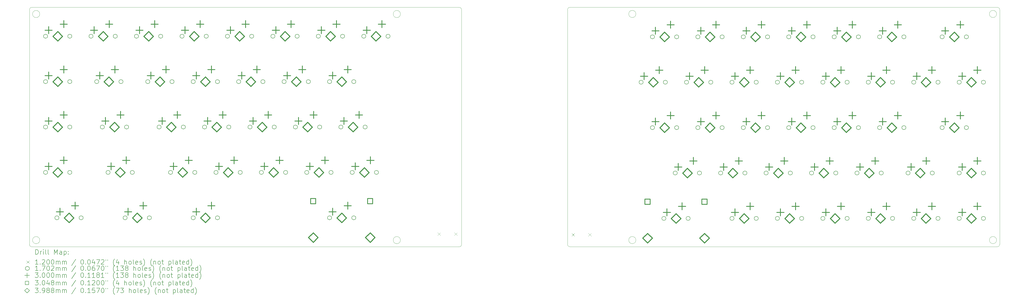
<source format=gbr>
%TF.GenerationSoftware,KiCad,Pcbnew,8.0.8*%
%TF.CreationDate,2025-03-06T07:07:49-06:00*%
%TF.ProjectId,keyboardv2,6b657962-6f61-4726-9476-322e6b696361,rev?*%
%TF.SameCoordinates,Original*%
%TF.FileFunction,Drillmap*%
%TF.FilePolarity,Positive*%
%FSLAX45Y45*%
G04 Gerber Fmt 4.5, Leading zero omitted, Abs format (unit mm)*
G04 Created by KiCad (PCBNEW 8.0.8) date 2025-03-06 07:07:49*
%MOMM*%
%LPD*%
G01*
G04 APERTURE LIST*
%ADD10C,0.050000*%
%ADD11C,0.200000*%
%ADD12C,0.120000*%
%ADD13C,0.170180*%
%ADD14C,0.300000*%
%ADD15C,0.304800*%
%ADD16C,0.398780*%
G04 APERTURE END LIST*
D10*
X22692000Y-6935000D02*
X22692000Y-6927750D01*
X45248500Y-6925500D02*
X45248500Y-16775500D01*
X45148500Y-6825500D02*
X41323500Y-6825500D01*
X45248500Y-16775500D02*
G75*
G02*
X45148500Y-16875500I-100000J0D01*
G01*
X4577000Y-6927750D02*
X4577000Y-16777750D01*
X45118500Y-16595500D02*
G75*
G02*
X44818500Y-16595500I-150000J0D01*
G01*
X44818500Y-16595500D02*
G75*
G02*
X45118500Y-16595500I150000J0D01*
G01*
X20127000Y-7107750D02*
G75*
G02*
X19827000Y-7107750I-150000J0D01*
G01*
X19827000Y-7107750D02*
G75*
G02*
X20127000Y-7107750I150000J0D01*
G01*
X29998500Y-16595500D02*
G75*
G02*
X29698500Y-16595500I-150000J0D01*
G01*
X29698500Y-16595500D02*
G75*
G02*
X29998500Y-16595500I150000J0D01*
G01*
X41323500Y-6825500D02*
X27233500Y-6825500D01*
X27133500Y-6925500D02*
G75*
G02*
X27233500Y-6825500I100000J0D01*
G01*
X4677000Y-16877750D02*
G75*
G02*
X4577000Y-16777750I0J100000D01*
G01*
X4577000Y-6927750D02*
G75*
G02*
X4677000Y-6827750I100000J0D01*
G01*
X29998500Y-7105500D02*
G75*
G02*
X29698500Y-7105500I-150000J0D01*
G01*
X29698500Y-7105500D02*
G75*
G02*
X29998500Y-7105500I150000J0D01*
G01*
X22592000Y-6827750D02*
X4677000Y-6827750D01*
X27233500Y-16875500D02*
G75*
G02*
X27133500Y-16775500I0J100000D01*
G01*
X45148500Y-6825500D02*
G75*
G02*
X45248500Y-6925500I0J-100000D01*
G01*
X22692000Y-6935000D02*
X22692000Y-16777750D01*
X20127000Y-16597750D02*
G75*
G02*
X19827000Y-16597750I-150000J0D01*
G01*
X19827000Y-16597750D02*
G75*
G02*
X20127000Y-16597750I150000J0D01*
G01*
X4677000Y-16877750D02*
X22580000Y-16877750D01*
X45118500Y-7105500D02*
G75*
G02*
X44818500Y-7105500I-150000J0D01*
G01*
X44818500Y-7105500D02*
G75*
G02*
X45118500Y-7105500I150000J0D01*
G01*
X27233500Y-16875500D02*
X45148500Y-16875500D01*
X22580000Y-16877750D02*
X22592000Y-16877750D01*
X27133500Y-6925000D02*
X27133500Y-16775500D01*
X22692000Y-16777750D02*
G75*
G02*
X22592000Y-16877750I-100000J0D01*
G01*
X5007000Y-16597750D02*
G75*
G02*
X4707000Y-16597750I-150000J0D01*
G01*
X4707000Y-16597750D02*
G75*
G02*
X5007000Y-16597750I150000J0D01*
G01*
X5007000Y-7107750D02*
G75*
G02*
X4707000Y-7107750I-150000J0D01*
G01*
X4707000Y-7107750D02*
G75*
G02*
X5007000Y-7107750I150000J0D01*
G01*
X22592000Y-6827750D02*
G75*
G02*
X22692000Y-6927750I0J-100000D01*
G01*
D11*
D12*
X21692000Y-16277750D02*
X21812000Y-16397750D01*
X21812000Y-16277750D02*
X21692000Y-16397750D01*
X22392000Y-16277750D02*
X22512000Y-16397750D01*
X22512000Y-16277750D02*
X22392000Y-16397750D01*
X27308500Y-16310500D02*
X27428500Y-16430500D01*
X27428500Y-16310500D02*
X27308500Y-16430500D01*
X28008500Y-16310500D02*
X28128500Y-16430500D01*
X28128500Y-16310500D02*
X28008500Y-16430500D01*
D13*
X5337090Y-8040000D02*
G75*
G02*
X5166910Y-8040000I-85090J0D01*
G01*
X5166910Y-8040000D02*
G75*
G02*
X5337090Y-8040000I85090J0D01*
G01*
X5337090Y-9945000D02*
G75*
G02*
X5166910Y-9945000I-85090J0D01*
G01*
X5166910Y-9945000D02*
G75*
G02*
X5337090Y-9945000I85090J0D01*
G01*
X5337090Y-11850000D02*
G75*
G02*
X5166910Y-11850000I-85090J0D01*
G01*
X5166910Y-11850000D02*
G75*
G02*
X5337090Y-11850000I85090J0D01*
G01*
X5337090Y-13755000D02*
G75*
G02*
X5166910Y-13755000I-85090J0D01*
G01*
X5166910Y-13755000D02*
G75*
G02*
X5337090Y-13755000I85090J0D01*
G01*
X5812090Y-15660000D02*
G75*
G02*
X5641910Y-15660000I-85090J0D01*
G01*
X5641910Y-15660000D02*
G75*
G02*
X5812090Y-15660000I85090J0D01*
G01*
X6353090Y-8040000D02*
G75*
G02*
X6182910Y-8040000I-85090J0D01*
G01*
X6182910Y-8040000D02*
G75*
G02*
X6353090Y-8040000I85090J0D01*
G01*
X6353090Y-9945000D02*
G75*
G02*
X6182910Y-9945000I-85090J0D01*
G01*
X6182910Y-9945000D02*
G75*
G02*
X6353090Y-9945000I85090J0D01*
G01*
X6353090Y-11850000D02*
G75*
G02*
X6182910Y-11850000I-85090J0D01*
G01*
X6182910Y-11850000D02*
G75*
G02*
X6353090Y-11850000I85090J0D01*
G01*
X6353090Y-13755000D02*
G75*
G02*
X6182910Y-13755000I-85090J0D01*
G01*
X6182910Y-13755000D02*
G75*
G02*
X6353090Y-13755000I85090J0D01*
G01*
X6828090Y-15660000D02*
G75*
G02*
X6657910Y-15660000I-85090J0D01*
G01*
X6657910Y-15660000D02*
G75*
G02*
X6828090Y-15660000I85090J0D01*
G01*
X7242090Y-8040000D02*
G75*
G02*
X7071910Y-8040000I-85090J0D01*
G01*
X7071910Y-8040000D02*
G75*
G02*
X7242090Y-8040000I85090J0D01*
G01*
X7482090Y-9945000D02*
G75*
G02*
X7311910Y-9945000I-85090J0D01*
G01*
X7311910Y-9945000D02*
G75*
G02*
X7482090Y-9945000I85090J0D01*
G01*
X7717090Y-11850000D02*
G75*
G02*
X7546910Y-11850000I-85090J0D01*
G01*
X7546910Y-11850000D02*
G75*
G02*
X7717090Y-11850000I85090J0D01*
G01*
X7957090Y-13755000D02*
G75*
G02*
X7786910Y-13755000I-85090J0D01*
G01*
X7786910Y-13755000D02*
G75*
G02*
X7957090Y-13755000I85090J0D01*
G01*
X8258090Y-8040000D02*
G75*
G02*
X8087910Y-8040000I-85090J0D01*
G01*
X8087910Y-8040000D02*
G75*
G02*
X8258090Y-8040000I85090J0D01*
G01*
X8498090Y-9945000D02*
G75*
G02*
X8327910Y-9945000I-85090J0D01*
G01*
X8327910Y-9945000D02*
G75*
G02*
X8498090Y-9945000I85090J0D01*
G01*
X8672090Y-15660000D02*
G75*
G02*
X8501910Y-15660000I-85090J0D01*
G01*
X8501910Y-15660000D02*
G75*
G02*
X8672090Y-15660000I85090J0D01*
G01*
X8733090Y-11850000D02*
G75*
G02*
X8562910Y-11850000I-85090J0D01*
G01*
X8562910Y-11850000D02*
G75*
G02*
X8733090Y-11850000I85090J0D01*
G01*
X8973090Y-13755000D02*
G75*
G02*
X8802910Y-13755000I-85090J0D01*
G01*
X8802910Y-13755000D02*
G75*
G02*
X8973090Y-13755000I85090J0D01*
G01*
X9147090Y-8040000D02*
G75*
G02*
X8976910Y-8040000I-85090J0D01*
G01*
X8976910Y-8040000D02*
G75*
G02*
X9147090Y-8040000I85090J0D01*
G01*
X9622090Y-9945000D02*
G75*
G02*
X9451910Y-9945000I-85090J0D01*
G01*
X9451910Y-9945000D02*
G75*
G02*
X9622090Y-9945000I85090J0D01*
G01*
X9688090Y-15660000D02*
G75*
G02*
X9517910Y-15660000I-85090J0D01*
G01*
X9517910Y-15660000D02*
G75*
G02*
X9688090Y-15660000I85090J0D01*
G01*
X10097090Y-11850000D02*
G75*
G02*
X9926910Y-11850000I-85090J0D01*
G01*
X9926910Y-11850000D02*
G75*
G02*
X10097090Y-11850000I85090J0D01*
G01*
X10163090Y-8040000D02*
G75*
G02*
X9992910Y-8040000I-85090J0D01*
G01*
X9992910Y-8040000D02*
G75*
G02*
X10163090Y-8040000I85090J0D01*
G01*
X10577090Y-13755000D02*
G75*
G02*
X10406910Y-13755000I-85090J0D01*
G01*
X10406910Y-13755000D02*
G75*
G02*
X10577090Y-13755000I85090J0D01*
G01*
X10638090Y-9945000D02*
G75*
G02*
X10467910Y-9945000I-85090J0D01*
G01*
X10467910Y-9945000D02*
G75*
G02*
X10638090Y-9945000I85090J0D01*
G01*
X11057090Y-8040000D02*
G75*
G02*
X10886910Y-8040000I-85090J0D01*
G01*
X10886910Y-8040000D02*
G75*
G02*
X11057090Y-8040000I85090J0D01*
G01*
X11113090Y-11850000D02*
G75*
G02*
X10942910Y-11850000I-85090J0D01*
G01*
X10942910Y-11850000D02*
G75*
G02*
X11113090Y-11850000I85090J0D01*
G01*
X11527090Y-9945000D02*
G75*
G02*
X11356910Y-9945000I-85090J0D01*
G01*
X11356910Y-9945000D02*
G75*
G02*
X11527090Y-9945000I85090J0D01*
G01*
X11527090Y-15660000D02*
G75*
G02*
X11356910Y-15660000I-85090J0D01*
G01*
X11356910Y-15660000D02*
G75*
G02*
X11527090Y-15660000I85090J0D01*
G01*
X11593090Y-13755000D02*
G75*
G02*
X11422910Y-13755000I-85090J0D01*
G01*
X11422910Y-13755000D02*
G75*
G02*
X11593090Y-13755000I85090J0D01*
G01*
X12002090Y-11850000D02*
G75*
G02*
X11831910Y-11850000I-85090J0D01*
G01*
X11831910Y-11850000D02*
G75*
G02*
X12002090Y-11850000I85090J0D01*
G01*
X12073090Y-8040000D02*
G75*
G02*
X11902910Y-8040000I-85090J0D01*
G01*
X11902910Y-8040000D02*
G75*
G02*
X12073090Y-8040000I85090J0D01*
G01*
X12482090Y-13755000D02*
G75*
G02*
X12311910Y-13755000I-85090J0D01*
G01*
X12311910Y-13755000D02*
G75*
G02*
X12482090Y-13755000I85090J0D01*
G01*
X12543090Y-9945000D02*
G75*
G02*
X12372910Y-9945000I-85090J0D01*
G01*
X12372910Y-9945000D02*
G75*
G02*
X12543090Y-9945000I85090J0D01*
G01*
X12543090Y-15660000D02*
G75*
G02*
X12372910Y-15660000I-85090J0D01*
G01*
X12372910Y-15660000D02*
G75*
G02*
X12543090Y-15660000I85090J0D01*
G01*
X12962090Y-8040000D02*
G75*
G02*
X12791910Y-8040000I-85090J0D01*
G01*
X12791910Y-8040000D02*
G75*
G02*
X12962090Y-8040000I85090J0D01*
G01*
X13018090Y-11850000D02*
G75*
G02*
X12847910Y-11850000I-85090J0D01*
G01*
X12847910Y-11850000D02*
G75*
G02*
X13018090Y-11850000I85090J0D01*
G01*
X13432090Y-9945000D02*
G75*
G02*
X13261910Y-9945000I-85090J0D01*
G01*
X13261910Y-9945000D02*
G75*
G02*
X13432090Y-9945000I85090J0D01*
G01*
X13498090Y-13755000D02*
G75*
G02*
X13327910Y-13755000I-85090J0D01*
G01*
X13327910Y-13755000D02*
G75*
G02*
X13498090Y-13755000I85090J0D01*
G01*
X13907090Y-11850000D02*
G75*
G02*
X13736910Y-11850000I-85090J0D01*
G01*
X13736910Y-11850000D02*
G75*
G02*
X13907090Y-11850000I85090J0D01*
G01*
X13978090Y-8040000D02*
G75*
G02*
X13807910Y-8040000I-85090J0D01*
G01*
X13807910Y-8040000D02*
G75*
G02*
X13978090Y-8040000I85090J0D01*
G01*
X14384090Y-13755000D02*
G75*
G02*
X14213910Y-13755000I-85090J0D01*
G01*
X14213910Y-13755000D02*
G75*
G02*
X14384090Y-13755000I85090J0D01*
G01*
X14448090Y-9945000D02*
G75*
G02*
X14277910Y-9945000I-85090J0D01*
G01*
X14277910Y-9945000D02*
G75*
G02*
X14448090Y-9945000I85090J0D01*
G01*
X14867090Y-8040000D02*
G75*
G02*
X14696910Y-8040000I-85090J0D01*
G01*
X14696910Y-8040000D02*
G75*
G02*
X14867090Y-8040000I85090J0D01*
G01*
X14923090Y-11850000D02*
G75*
G02*
X14752910Y-11850000I-85090J0D01*
G01*
X14752910Y-11850000D02*
G75*
G02*
X14923090Y-11850000I85090J0D01*
G01*
X15337090Y-9945000D02*
G75*
G02*
X15166910Y-9945000I-85090J0D01*
G01*
X15166910Y-9945000D02*
G75*
G02*
X15337090Y-9945000I85090J0D01*
G01*
X15400090Y-13755000D02*
G75*
G02*
X15229910Y-13755000I-85090J0D01*
G01*
X15229910Y-13755000D02*
G75*
G02*
X15400090Y-13755000I85090J0D01*
G01*
X15812090Y-11850000D02*
G75*
G02*
X15641910Y-11850000I-85090J0D01*
G01*
X15641910Y-11850000D02*
G75*
G02*
X15812090Y-11850000I85090J0D01*
G01*
X15883090Y-8040000D02*
G75*
G02*
X15712910Y-8040000I-85090J0D01*
G01*
X15712910Y-8040000D02*
G75*
G02*
X15883090Y-8040000I85090J0D01*
G01*
X16287090Y-13755000D02*
G75*
G02*
X16116910Y-13755000I-85090J0D01*
G01*
X16116910Y-13755000D02*
G75*
G02*
X16287090Y-13755000I85090J0D01*
G01*
X16353090Y-9945000D02*
G75*
G02*
X16182910Y-9945000I-85090J0D01*
G01*
X16182910Y-9945000D02*
G75*
G02*
X16353090Y-9945000I85090J0D01*
G01*
X16772090Y-8040000D02*
G75*
G02*
X16601910Y-8040000I-85090J0D01*
G01*
X16601910Y-8040000D02*
G75*
G02*
X16772090Y-8040000I85090J0D01*
G01*
X16828090Y-11850000D02*
G75*
G02*
X16657910Y-11850000I-85090J0D01*
G01*
X16657910Y-11850000D02*
G75*
G02*
X16828090Y-11850000I85090J0D01*
G01*
X17242090Y-9945000D02*
G75*
G02*
X17071910Y-9945000I-85090J0D01*
G01*
X17071910Y-9945000D02*
G75*
G02*
X17242090Y-9945000I85090J0D01*
G01*
X17242090Y-15660000D02*
G75*
G02*
X17071910Y-15660000I-85090J0D01*
G01*
X17071910Y-15660000D02*
G75*
G02*
X17242090Y-15660000I85090J0D01*
G01*
X17303090Y-13755000D02*
G75*
G02*
X17132910Y-13755000I-85090J0D01*
G01*
X17132910Y-13755000D02*
G75*
G02*
X17303090Y-13755000I85090J0D01*
G01*
X17717090Y-11850000D02*
G75*
G02*
X17546910Y-11850000I-85090J0D01*
G01*
X17546910Y-11850000D02*
G75*
G02*
X17717090Y-11850000I85090J0D01*
G01*
X17788090Y-8040000D02*
G75*
G02*
X17617910Y-8040000I-85090J0D01*
G01*
X17617910Y-8040000D02*
G75*
G02*
X17788090Y-8040000I85090J0D01*
G01*
X18192090Y-13755000D02*
G75*
G02*
X18021910Y-13755000I-85090J0D01*
G01*
X18021910Y-13755000D02*
G75*
G02*
X18192090Y-13755000I85090J0D01*
G01*
X18258090Y-9945000D02*
G75*
G02*
X18087910Y-9945000I-85090J0D01*
G01*
X18087910Y-9945000D02*
G75*
G02*
X18258090Y-9945000I85090J0D01*
G01*
X18258090Y-15660000D02*
G75*
G02*
X18087910Y-15660000I-85090J0D01*
G01*
X18087910Y-15660000D02*
G75*
G02*
X18258090Y-15660000I85090J0D01*
G01*
X18677090Y-8040000D02*
G75*
G02*
X18506910Y-8040000I-85090J0D01*
G01*
X18506910Y-8040000D02*
G75*
G02*
X18677090Y-8040000I85090J0D01*
G01*
X18733090Y-11850000D02*
G75*
G02*
X18562910Y-11850000I-85090J0D01*
G01*
X18562910Y-11850000D02*
G75*
G02*
X18733090Y-11850000I85090J0D01*
G01*
X19208090Y-13755000D02*
G75*
G02*
X19037910Y-13755000I-85090J0D01*
G01*
X19037910Y-13755000D02*
G75*
G02*
X19208090Y-13755000I85090J0D01*
G01*
X19693090Y-8040000D02*
G75*
G02*
X19522910Y-8040000I-85090J0D01*
G01*
X19522910Y-8040000D02*
G75*
G02*
X19693090Y-8040000I85090J0D01*
G01*
X30302090Y-9970000D02*
G75*
G02*
X30131910Y-9970000I-85090J0D01*
G01*
X30131910Y-9970000D02*
G75*
G02*
X30302090Y-9970000I85090J0D01*
G01*
X30777090Y-8065000D02*
G75*
G02*
X30606910Y-8065000I-85090J0D01*
G01*
X30606910Y-8065000D02*
G75*
G02*
X30777090Y-8065000I85090J0D01*
G01*
X30777090Y-11875000D02*
G75*
G02*
X30606910Y-11875000I-85090J0D01*
G01*
X30606910Y-11875000D02*
G75*
G02*
X30777090Y-11875000I85090J0D01*
G01*
X31257090Y-15685000D02*
G75*
G02*
X31086910Y-15685000I-85090J0D01*
G01*
X31086910Y-15685000D02*
G75*
G02*
X31257090Y-15685000I85090J0D01*
G01*
X31318090Y-9970000D02*
G75*
G02*
X31147910Y-9970000I-85090J0D01*
G01*
X31147910Y-9970000D02*
G75*
G02*
X31318090Y-9970000I85090J0D01*
G01*
X31732090Y-13780000D02*
G75*
G02*
X31561910Y-13780000I-85090J0D01*
G01*
X31561910Y-13780000D02*
G75*
G02*
X31732090Y-13780000I85090J0D01*
G01*
X31793090Y-8065000D02*
G75*
G02*
X31622910Y-8065000I-85090J0D01*
G01*
X31622910Y-8065000D02*
G75*
G02*
X31793090Y-8065000I85090J0D01*
G01*
X31793090Y-11875000D02*
G75*
G02*
X31622910Y-11875000I-85090J0D01*
G01*
X31622910Y-11875000D02*
G75*
G02*
X31793090Y-11875000I85090J0D01*
G01*
X32207090Y-9970000D02*
G75*
G02*
X32036910Y-9970000I-85090J0D01*
G01*
X32036910Y-9970000D02*
G75*
G02*
X32207090Y-9970000I85090J0D01*
G01*
X32273090Y-15685000D02*
G75*
G02*
X32102910Y-15685000I-85090J0D01*
G01*
X32102910Y-15685000D02*
G75*
G02*
X32273090Y-15685000I85090J0D01*
G01*
X32682090Y-8065000D02*
G75*
G02*
X32511910Y-8065000I-85090J0D01*
G01*
X32511910Y-8065000D02*
G75*
G02*
X32682090Y-8065000I85090J0D01*
G01*
X32682090Y-11875000D02*
G75*
G02*
X32511910Y-11875000I-85090J0D01*
G01*
X32511910Y-11875000D02*
G75*
G02*
X32682090Y-11875000I85090J0D01*
G01*
X32748090Y-13780000D02*
G75*
G02*
X32577910Y-13780000I-85090J0D01*
G01*
X32577910Y-13780000D02*
G75*
G02*
X32748090Y-13780000I85090J0D01*
G01*
X33223090Y-9970000D02*
G75*
G02*
X33052910Y-9970000I-85090J0D01*
G01*
X33052910Y-9970000D02*
G75*
G02*
X33223090Y-9970000I85090J0D01*
G01*
X33637090Y-13780000D02*
G75*
G02*
X33466910Y-13780000I-85090J0D01*
G01*
X33466910Y-13780000D02*
G75*
G02*
X33637090Y-13780000I85090J0D01*
G01*
X33698090Y-8065000D02*
G75*
G02*
X33527910Y-8065000I-85090J0D01*
G01*
X33527910Y-8065000D02*
G75*
G02*
X33698090Y-8065000I85090J0D01*
G01*
X33698090Y-11875000D02*
G75*
G02*
X33527910Y-11875000I-85090J0D01*
G01*
X33527910Y-11875000D02*
G75*
G02*
X33698090Y-11875000I85090J0D01*
G01*
X34112090Y-9970000D02*
G75*
G02*
X33941910Y-9970000I-85090J0D01*
G01*
X33941910Y-9970000D02*
G75*
G02*
X34112090Y-9970000I85090J0D01*
G01*
X34112090Y-15685000D02*
G75*
G02*
X33941910Y-15685000I-85090J0D01*
G01*
X33941910Y-15685000D02*
G75*
G02*
X34112090Y-15685000I85090J0D01*
G01*
X34587090Y-8065000D02*
G75*
G02*
X34416910Y-8065000I-85090J0D01*
G01*
X34416910Y-8065000D02*
G75*
G02*
X34587090Y-8065000I85090J0D01*
G01*
X34587090Y-11875000D02*
G75*
G02*
X34416910Y-11875000I-85090J0D01*
G01*
X34416910Y-11875000D02*
G75*
G02*
X34587090Y-11875000I85090J0D01*
G01*
X34653090Y-13780000D02*
G75*
G02*
X34482910Y-13780000I-85090J0D01*
G01*
X34482910Y-13780000D02*
G75*
G02*
X34653090Y-13780000I85090J0D01*
G01*
X35128090Y-9970000D02*
G75*
G02*
X34957910Y-9970000I-85090J0D01*
G01*
X34957910Y-9970000D02*
G75*
G02*
X35128090Y-9970000I85090J0D01*
G01*
X35128090Y-15685000D02*
G75*
G02*
X34957910Y-15685000I-85090J0D01*
G01*
X34957910Y-15685000D02*
G75*
G02*
X35128090Y-15685000I85090J0D01*
G01*
X35542090Y-13780000D02*
G75*
G02*
X35371910Y-13780000I-85090J0D01*
G01*
X35371910Y-13780000D02*
G75*
G02*
X35542090Y-13780000I85090J0D01*
G01*
X35603090Y-8065000D02*
G75*
G02*
X35432910Y-8065000I-85090J0D01*
G01*
X35432910Y-8065000D02*
G75*
G02*
X35603090Y-8065000I85090J0D01*
G01*
X35603090Y-11875000D02*
G75*
G02*
X35432910Y-11875000I-85090J0D01*
G01*
X35432910Y-11875000D02*
G75*
G02*
X35603090Y-11875000I85090J0D01*
G01*
X36017090Y-9970000D02*
G75*
G02*
X35846910Y-9970000I-85090J0D01*
G01*
X35846910Y-9970000D02*
G75*
G02*
X36017090Y-9970000I85090J0D01*
G01*
X36017090Y-15685000D02*
G75*
G02*
X35846910Y-15685000I-85090J0D01*
G01*
X35846910Y-15685000D02*
G75*
G02*
X36017090Y-15685000I85090J0D01*
G01*
X36492090Y-8065000D02*
G75*
G02*
X36321910Y-8065000I-85090J0D01*
G01*
X36321910Y-8065000D02*
G75*
G02*
X36492090Y-8065000I85090J0D01*
G01*
X36492090Y-11875000D02*
G75*
G02*
X36321910Y-11875000I-85090J0D01*
G01*
X36321910Y-11875000D02*
G75*
G02*
X36492090Y-11875000I85090J0D01*
G01*
X36558090Y-13780000D02*
G75*
G02*
X36387910Y-13780000I-85090J0D01*
G01*
X36387910Y-13780000D02*
G75*
G02*
X36558090Y-13780000I85090J0D01*
G01*
X37033090Y-9970000D02*
G75*
G02*
X36862910Y-9970000I-85090J0D01*
G01*
X36862910Y-9970000D02*
G75*
G02*
X37033090Y-9970000I85090J0D01*
G01*
X37033090Y-15685000D02*
G75*
G02*
X36862910Y-15685000I-85090J0D01*
G01*
X36862910Y-15685000D02*
G75*
G02*
X37033090Y-15685000I85090J0D01*
G01*
X37447090Y-13780000D02*
G75*
G02*
X37276910Y-13780000I-85090J0D01*
G01*
X37276910Y-13780000D02*
G75*
G02*
X37447090Y-13780000I85090J0D01*
G01*
X37508090Y-8065000D02*
G75*
G02*
X37337910Y-8065000I-85090J0D01*
G01*
X37337910Y-8065000D02*
G75*
G02*
X37508090Y-8065000I85090J0D01*
G01*
X37508090Y-11875000D02*
G75*
G02*
X37337910Y-11875000I-85090J0D01*
G01*
X37337910Y-11875000D02*
G75*
G02*
X37508090Y-11875000I85090J0D01*
G01*
X37922090Y-9970000D02*
G75*
G02*
X37751910Y-9970000I-85090J0D01*
G01*
X37751910Y-9970000D02*
G75*
G02*
X37922090Y-9970000I85090J0D01*
G01*
X37922090Y-15685000D02*
G75*
G02*
X37751910Y-15685000I-85090J0D01*
G01*
X37751910Y-15685000D02*
G75*
G02*
X37922090Y-15685000I85090J0D01*
G01*
X38397090Y-8065000D02*
G75*
G02*
X38226910Y-8065000I-85090J0D01*
G01*
X38226910Y-8065000D02*
G75*
G02*
X38397090Y-8065000I85090J0D01*
G01*
X38397090Y-11875000D02*
G75*
G02*
X38226910Y-11875000I-85090J0D01*
G01*
X38226910Y-11875000D02*
G75*
G02*
X38397090Y-11875000I85090J0D01*
G01*
X38463090Y-13780000D02*
G75*
G02*
X38292910Y-13780000I-85090J0D01*
G01*
X38292910Y-13780000D02*
G75*
G02*
X38463090Y-13780000I85090J0D01*
G01*
X38938090Y-9970000D02*
G75*
G02*
X38767910Y-9970000I-85090J0D01*
G01*
X38767910Y-9970000D02*
G75*
G02*
X38938090Y-9970000I85090J0D01*
G01*
X38938090Y-15685000D02*
G75*
G02*
X38767910Y-15685000I-85090J0D01*
G01*
X38767910Y-15685000D02*
G75*
G02*
X38938090Y-15685000I85090J0D01*
G01*
X39352090Y-13780000D02*
G75*
G02*
X39181910Y-13780000I-85090J0D01*
G01*
X39181910Y-13780000D02*
G75*
G02*
X39352090Y-13780000I85090J0D01*
G01*
X39413090Y-8065000D02*
G75*
G02*
X39242910Y-8065000I-85090J0D01*
G01*
X39242910Y-8065000D02*
G75*
G02*
X39413090Y-8065000I85090J0D01*
G01*
X39413090Y-11875000D02*
G75*
G02*
X39242910Y-11875000I-85090J0D01*
G01*
X39242910Y-11875000D02*
G75*
G02*
X39413090Y-11875000I85090J0D01*
G01*
X39827090Y-9970000D02*
G75*
G02*
X39656910Y-9970000I-85090J0D01*
G01*
X39656910Y-9970000D02*
G75*
G02*
X39827090Y-9970000I85090J0D01*
G01*
X39827090Y-15685000D02*
G75*
G02*
X39656910Y-15685000I-85090J0D01*
G01*
X39656910Y-15685000D02*
G75*
G02*
X39827090Y-15685000I85090J0D01*
G01*
X40302090Y-8065000D02*
G75*
G02*
X40131910Y-8065000I-85090J0D01*
G01*
X40131910Y-8065000D02*
G75*
G02*
X40302090Y-8065000I85090J0D01*
G01*
X40302090Y-11875000D02*
G75*
G02*
X40131910Y-11875000I-85090J0D01*
G01*
X40131910Y-11875000D02*
G75*
G02*
X40302090Y-11875000I85090J0D01*
G01*
X40368090Y-13780000D02*
G75*
G02*
X40197910Y-13780000I-85090J0D01*
G01*
X40197910Y-13780000D02*
G75*
G02*
X40368090Y-13780000I85090J0D01*
G01*
X40843090Y-9970000D02*
G75*
G02*
X40672910Y-9970000I-85090J0D01*
G01*
X40672910Y-9970000D02*
G75*
G02*
X40843090Y-9970000I85090J0D01*
G01*
X40843090Y-15685000D02*
G75*
G02*
X40672910Y-15685000I-85090J0D01*
G01*
X40672910Y-15685000D02*
G75*
G02*
X40843090Y-15685000I85090J0D01*
G01*
X41318090Y-8065000D02*
G75*
G02*
X41147910Y-8065000I-85090J0D01*
G01*
X41147910Y-8065000D02*
G75*
G02*
X41318090Y-8065000I85090J0D01*
G01*
X41318090Y-11875000D02*
G75*
G02*
X41147910Y-11875000I-85090J0D01*
G01*
X41147910Y-11875000D02*
G75*
G02*
X41318090Y-11875000I85090J0D01*
G01*
X41492090Y-13780000D02*
G75*
G02*
X41321910Y-13780000I-85090J0D01*
G01*
X41321910Y-13780000D02*
G75*
G02*
X41492090Y-13780000I85090J0D01*
G01*
X41732090Y-9970000D02*
G75*
G02*
X41561910Y-9970000I-85090J0D01*
G01*
X41561910Y-9970000D02*
G75*
G02*
X41732090Y-9970000I85090J0D01*
G01*
X41732090Y-15685000D02*
G75*
G02*
X41561910Y-15685000I-85090J0D01*
G01*
X41561910Y-15685000D02*
G75*
G02*
X41732090Y-15685000I85090J0D01*
G01*
X42508090Y-13780000D02*
G75*
G02*
X42337910Y-13780000I-85090J0D01*
G01*
X42337910Y-13780000D02*
G75*
G02*
X42508090Y-13780000I85090J0D01*
G01*
X42748090Y-9970000D02*
G75*
G02*
X42577910Y-9970000I-85090J0D01*
G01*
X42577910Y-9970000D02*
G75*
G02*
X42748090Y-9970000I85090J0D01*
G01*
X42748090Y-15685000D02*
G75*
G02*
X42577910Y-15685000I-85090J0D01*
G01*
X42577910Y-15685000D02*
G75*
G02*
X42748090Y-15685000I85090J0D01*
G01*
X42922090Y-8065000D02*
G75*
G02*
X42751910Y-8065000I-85090J0D01*
G01*
X42751910Y-8065000D02*
G75*
G02*
X42922090Y-8065000I85090J0D01*
G01*
X42922090Y-11875000D02*
G75*
G02*
X42751910Y-11875000I-85090J0D01*
G01*
X42751910Y-11875000D02*
G75*
G02*
X42922090Y-11875000I85090J0D01*
G01*
X43637090Y-9970000D02*
G75*
G02*
X43466910Y-9970000I-85090J0D01*
G01*
X43466910Y-9970000D02*
G75*
G02*
X43637090Y-9970000I85090J0D01*
G01*
X43637090Y-13780000D02*
G75*
G02*
X43466910Y-13780000I-85090J0D01*
G01*
X43466910Y-13780000D02*
G75*
G02*
X43637090Y-13780000I85090J0D01*
G01*
X43637090Y-15685000D02*
G75*
G02*
X43466910Y-15685000I-85090J0D01*
G01*
X43466910Y-15685000D02*
G75*
G02*
X43637090Y-15685000I85090J0D01*
G01*
X43938090Y-8065000D02*
G75*
G02*
X43767910Y-8065000I-85090J0D01*
G01*
X43767910Y-8065000D02*
G75*
G02*
X43938090Y-8065000I85090J0D01*
G01*
X43938090Y-11875000D02*
G75*
G02*
X43767910Y-11875000I-85090J0D01*
G01*
X43767910Y-11875000D02*
G75*
G02*
X43938090Y-11875000I85090J0D01*
G01*
X44653090Y-9970000D02*
G75*
G02*
X44482910Y-9970000I-85090J0D01*
G01*
X44482910Y-9970000D02*
G75*
G02*
X44653090Y-9970000I85090J0D01*
G01*
X44653090Y-13780000D02*
G75*
G02*
X44482910Y-13780000I-85090J0D01*
G01*
X44482910Y-13780000D02*
G75*
G02*
X44653090Y-13780000I85090J0D01*
G01*
X44653090Y-15685000D02*
G75*
G02*
X44482910Y-15685000I-85090J0D01*
G01*
X44482910Y-15685000D02*
G75*
G02*
X44653090Y-15685000I85090J0D01*
G01*
D14*
X5379000Y-7636000D02*
X5379000Y-7936000D01*
X5229000Y-7786000D02*
X5529000Y-7786000D01*
X5379000Y-9541000D02*
X5379000Y-9841000D01*
X5229000Y-9691000D02*
X5529000Y-9691000D01*
X5379000Y-11446000D02*
X5379000Y-11746000D01*
X5229000Y-11596000D02*
X5529000Y-11596000D01*
X5379000Y-13351000D02*
X5379000Y-13651000D01*
X5229000Y-13501000D02*
X5529000Y-13501000D01*
X5854000Y-15256000D02*
X5854000Y-15556000D01*
X5704000Y-15406000D02*
X6004000Y-15406000D01*
X6014000Y-7382000D02*
X6014000Y-7682000D01*
X5864000Y-7532000D02*
X6164000Y-7532000D01*
X6014000Y-9287000D02*
X6014000Y-9587000D01*
X5864000Y-9437000D02*
X6164000Y-9437000D01*
X6014000Y-11192000D02*
X6014000Y-11492000D01*
X5864000Y-11342000D02*
X6164000Y-11342000D01*
X6014000Y-13097000D02*
X6014000Y-13397000D01*
X5864000Y-13247000D02*
X6164000Y-13247000D01*
X6489000Y-15002000D02*
X6489000Y-15302000D01*
X6339000Y-15152000D02*
X6639000Y-15152000D01*
X7284000Y-7636000D02*
X7284000Y-7936000D01*
X7134000Y-7786000D02*
X7434000Y-7786000D01*
X7524000Y-9541000D02*
X7524000Y-9841000D01*
X7374000Y-9691000D02*
X7674000Y-9691000D01*
X7759000Y-11446000D02*
X7759000Y-11746000D01*
X7609000Y-11596000D02*
X7909000Y-11596000D01*
X7919000Y-7382000D02*
X7919000Y-7682000D01*
X7769000Y-7532000D02*
X8069000Y-7532000D01*
X7999000Y-13351000D02*
X7999000Y-13651000D01*
X7849000Y-13501000D02*
X8149000Y-13501000D01*
X8159000Y-9287000D02*
X8159000Y-9587000D01*
X8009000Y-9437000D02*
X8309000Y-9437000D01*
X8394000Y-11192000D02*
X8394000Y-11492000D01*
X8244000Y-11342000D02*
X8544000Y-11342000D01*
X8634000Y-13097000D02*
X8634000Y-13397000D01*
X8484000Y-13247000D02*
X8784000Y-13247000D01*
X8714000Y-15256000D02*
X8714000Y-15556000D01*
X8564000Y-15406000D02*
X8864000Y-15406000D01*
X9189000Y-7636000D02*
X9189000Y-7936000D01*
X9039000Y-7786000D02*
X9339000Y-7786000D01*
X9349000Y-15002000D02*
X9349000Y-15302000D01*
X9199000Y-15152000D02*
X9499000Y-15152000D01*
X9664000Y-9541000D02*
X9664000Y-9841000D01*
X9514000Y-9691000D02*
X9814000Y-9691000D01*
X9824000Y-7382000D02*
X9824000Y-7682000D01*
X9674000Y-7532000D02*
X9974000Y-7532000D01*
X10139000Y-11446000D02*
X10139000Y-11746000D01*
X9989000Y-11596000D02*
X10289000Y-11596000D01*
X10299000Y-9287000D02*
X10299000Y-9587000D01*
X10149000Y-9437000D02*
X10449000Y-9437000D01*
X10619000Y-13351000D02*
X10619000Y-13651000D01*
X10469000Y-13501000D02*
X10769000Y-13501000D01*
X10774000Y-11192000D02*
X10774000Y-11492000D01*
X10624000Y-11342000D02*
X10924000Y-11342000D01*
X11099000Y-7636000D02*
X11099000Y-7936000D01*
X10949000Y-7786000D02*
X11249000Y-7786000D01*
X11254000Y-13097000D02*
X11254000Y-13397000D01*
X11104000Y-13247000D02*
X11404000Y-13247000D01*
X11569000Y-9541000D02*
X11569000Y-9841000D01*
X11419000Y-9691000D02*
X11719000Y-9691000D01*
X11569000Y-15256000D02*
X11569000Y-15556000D01*
X11419000Y-15406000D02*
X11719000Y-15406000D01*
X11734000Y-7382000D02*
X11734000Y-7682000D01*
X11584000Y-7532000D02*
X11884000Y-7532000D01*
X12044000Y-11446000D02*
X12044000Y-11746000D01*
X11894000Y-11596000D02*
X12194000Y-11596000D01*
X12204000Y-9287000D02*
X12204000Y-9587000D01*
X12054000Y-9437000D02*
X12354000Y-9437000D01*
X12204000Y-15002000D02*
X12204000Y-15302000D01*
X12054000Y-15152000D02*
X12354000Y-15152000D01*
X12524000Y-13351000D02*
X12524000Y-13651000D01*
X12374000Y-13501000D02*
X12674000Y-13501000D01*
X12679000Y-11192000D02*
X12679000Y-11492000D01*
X12529000Y-11342000D02*
X12829000Y-11342000D01*
X13004000Y-7636000D02*
X13004000Y-7936000D01*
X12854000Y-7786000D02*
X13154000Y-7786000D01*
X13159000Y-13097000D02*
X13159000Y-13397000D01*
X13009000Y-13247000D02*
X13309000Y-13247000D01*
X13474000Y-9541000D02*
X13474000Y-9841000D01*
X13324000Y-9691000D02*
X13624000Y-9691000D01*
X13639000Y-7382000D02*
X13639000Y-7682000D01*
X13489000Y-7532000D02*
X13789000Y-7532000D01*
X13949000Y-11446000D02*
X13949000Y-11746000D01*
X13799000Y-11596000D02*
X14099000Y-11596000D01*
X14109000Y-9287000D02*
X14109000Y-9587000D01*
X13959000Y-9437000D02*
X14259000Y-9437000D01*
X14426000Y-13351000D02*
X14426000Y-13651000D01*
X14276000Y-13501000D02*
X14576000Y-13501000D01*
X14584000Y-11192000D02*
X14584000Y-11492000D01*
X14434000Y-11342000D02*
X14734000Y-11342000D01*
X14909000Y-7636000D02*
X14909000Y-7936000D01*
X14759000Y-7786000D02*
X15059000Y-7786000D01*
X15061000Y-13097000D02*
X15061000Y-13397000D01*
X14911000Y-13247000D02*
X15211000Y-13247000D01*
X15379000Y-9541000D02*
X15379000Y-9841000D01*
X15229000Y-9691000D02*
X15529000Y-9691000D01*
X15544000Y-7382000D02*
X15544000Y-7682000D01*
X15394000Y-7532000D02*
X15694000Y-7532000D01*
X15854000Y-11446000D02*
X15854000Y-11746000D01*
X15704000Y-11596000D02*
X16004000Y-11596000D01*
X16014000Y-9287000D02*
X16014000Y-9587000D01*
X15864000Y-9437000D02*
X16164000Y-9437000D01*
X16329000Y-13351000D02*
X16329000Y-13651000D01*
X16179000Y-13501000D02*
X16479000Y-13501000D01*
X16489000Y-11192000D02*
X16489000Y-11492000D01*
X16339000Y-11342000D02*
X16639000Y-11342000D01*
X16814000Y-7636000D02*
X16814000Y-7936000D01*
X16664000Y-7786000D02*
X16964000Y-7786000D01*
X16964000Y-13097000D02*
X16964000Y-13397000D01*
X16814000Y-13247000D02*
X17114000Y-13247000D01*
X17284000Y-9541000D02*
X17284000Y-9841000D01*
X17134000Y-9691000D02*
X17434000Y-9691000D01*
X17284000Y-15256000D02*
X17284000Y-15556000D01*
X17134000Y-15406000D02*
X17434000Y-15406000D01*
X17449000Y-7382000D02*
X17449000Y-7682000D01*
X17299000Y-7532000D02*
X17599000Y-7532000D01*
X17759000Y-11446000D02*
X17759000Y-11746000D01*
X17609000Y-11596000D02*
X17909000Y-11596000D01*
X17919000Y-9287000D02*
X17919000Y-9587000D01*
X17769000Y-9437000D02*
X18069000Y-9437000D01*
X17919000Y-15002000D02*
X17919000Y-15302000D01*
X17769000Y-15152000D02*
X18069000Y-15152000D01*
X18234000Y-13351000D02*
X18234000Y-13651000D01*
X18084000Y-13501000D02*
X18384000Y-13501000D01*
X18394000Y-11192000D02*
X18394000Y-11492000D01*
X18244000Y-11342000D02*
X18544000Y-11342000D01*
X18719000Y-7636000D02*
X18719000Y-7936000D01*
X18569000Y-7786000D02*
X18869000Y-7786000D01*
X18869000Y-13097000D02*
X18869000Y-13397000D01*
X18719000Y-13247000D02*
X19019000Y-13247000D01*
X19354000Y-7382000D02*
X19354000Y-7682000D01*
X19204000Y-7532000D02*
X19504000Y-7532000D01*
X30344000Y-9566000D02*
X30344000Y-9866000D01*
X30194000Y-9716000D02*
X30494000Y-9716000D01*
X30819000Y-7661000D02*
X30819000Y-7961000D01*
X30669000Y-7811000D02*
X30969000Y-7811000D01*
X30819000Y-11471000D02*
X30819000Y-11771000D01*
X30669000Y-11621000D02*
X30969000Y-11621000D01*
X30979000Y-9312000D02*
X30979000Y-9612000D01*
X30829000Y-9462000D02*
X31129000Y-9462000D01*
X31299000Y-15281000D02*
X31299000Y-15581000D01*
X31149000Y-15431000D02*
X31449000Y-15431000D01*
X31454000Y-7407000D02*
X31454000Y-7707000D01*
X31304000Y-7557000D02*
X31604000Y-7557000D01*
X31454000Y-11217000D02*
X31454000Y-11517000D01*
X31304000Y-11367000D02*
X31604000Y-11367000D01*
X31774000Y-13376000D02*
X31774000Y-13676000D01*
X31624000Y-13526000D02*
X31924000Y-13526000D01*
X31934000Y-15027000D02*
X31934000Y-15327000D01*
X31784000Y-15177000D02*
X32084000Y-15177000D01*
X32249000Y-9566000D02*
X32249000Y-9866000D01*
X32099000Y-9716000D02*
X32399000Y-9716000D01*
X32409000Y-13122000D02*
X32409000Y-13422000D01*
X32259000Y-13272000D02*
X32559000Y-13272000D01*
X32724000Y-7661000D02*
X32724000Y-7961000D01*
X32574000Y-7811000D02*
X32874000Y-7811000D01*
X32724000Y-11471000D02*
X32724000Y-11771000D01*
X32574000Y-11621000D02*
X32874000Y-11621000D01*
X32884000Y-9312000D02*
X32884000Y-9612000D01*
X32734000Y-9462000D02*
X33034000Y-9462000D01*
X33359000Y-7407000D02*
X33359000Y-7707000D01*
X33209000Y-7557000D02*
X33509000Y-7557000D01*
X33359000Y-11217000D02*
X33359000Y-11517000D01*
X33209000Y-11367000D02*
X33509000Y-11367000D01*
X33679000Y-13376000D02*
X33679000Y-13676000D01*
X33529000Y-13526000D02*
X33829000Y-13526000D01*
X34154000Y-9566000D02*
X34154000Y-9866000D01*
X34004000Y-9716000D02*
X34304000Y-9716000D01*
X34154000Y-15281000D02*
X34154000Y-15581000D01*
X34004000Y-15431000D02*
X34304000Y-15431000D01*
X34314000Y-13122000D02*
X34314000Y-13422000D01*
X34164000Y-13272000D02*
X34464000Y-13272000D01*
X34629000Y-7661000D02*
X34629000Y-7961000D01*
X34479000Y-7811000D02*
X34779000Y-7811000D01*
X34629000Y-11471000D02*
X34629000Y-11771000D01*
X34479000Y-11621000D02*
X34779000Y-11621000D01*
X34789000Y-9312000D02*
X34789000Y-9612000D01*
X34639000Y-9462000D02*
X34939000Y-9462000D01*
X34789000Y-15027000D02*
X34789000Y-15327000D01*
X34639000Y-15177000D02*
X34939000Y-15177000D01*
X35264000Y-7407000D02*
X35264000Y-7707000D01*
X35114000Y-7557000D02*
X35414000Y-7557000D01*
X35264000Y-11217000D02*
X35264000Y-11517000D01*
X35114000Y-11367000D02*
X35414000Y-11367000D01*
X35584000Y-13376000D02*
X35584000Y-13676000D01*
X35434000Y-13526000D02*
X35734000Y-13526000D01*
X36059000Y-9566000D02*
X36059000Y-9866000D01*
X35909000Y-9716000D02*
X36209000Y-9716000D01*
X36059000Y-15281000D02*
X36059000Y-15581000D01*
X35909000Y-15431000D02*
X36209000Y-15431000D01*
X36219000Y-13122000D02*
X36219000Y-13422000D01*
X36069000Y-13272000D02*
X36369000Y-13272000D01*
X36534000Y-7661000D02*
X36534000Y-7961000D01*
X36384000Y-7811000D02*
X36684000Y-7811000D01*
X36534000Y-11471000D02*
X36534000Y-11771000D01*
X36384000Y-11621000D02*
X36684000Y-11621000D01*
X36694000Y-9312000D02*
X36694000Y-9612000D01*
X36544000Y-9462000D02*
X36844000Y-9462000D01*
X36694000Y-15027000D02*
X36694000Y-15327000D01*
X36544000Y-15177000D02*
X36844000Y-15177000D01*
X37169000Y-7407000D02*
X37169000Y-7707000D01*
X37019000Y-7557000D02*
X37319000Y-7557000D01*
X37169000Y-11217000D02*
X37169000Y-11517000D01*
X37019000Y-11367000D02*
X37319000Y-11367000D01*
X37489000Y-13376000D02*
X37489000Y-13676000D01*
X37339000Y-13526000D02*
X37639000Y-13526000D01*
X37964000Y-9566000D02*
X37964000Y-9866000D01*
X37814000Y-9716000D02*
X38114000Y-9716000D01*
X37964000Y-15281000D02*
X37964000Y-15581000D01*
X37814000Y-15431000D02*
X38114000Y-15431000D01*
X38124000Y-13122000D02*
X38124000Y-13422000D01*
X37974000Y-13272000D02*
X38274000Y-13272000D01*
X38439000Y-7661000D02*
X38439000Y-7961000D01*
X38289000Y-7811000D02*
X38589000Y-7811000D01*
X38439000Y-11471000D02*
X38439000Y-11771000D01*
X38289000Y-11621000D02*
X38589000Y-11621000D01*
X38599000Y-9312000D02*
X38599000Y-9612000D01*
X38449000Y-9462000D02*
X38749000Y-9462000D01*
X38599000Y-15027000D02*
X38599000Y-15327000D01*
X38449000Y-15177000D02*
X38749000Y-15177000D01*
X39074000Y-7407000D02*
X39074000Y-7707000D01*
X38924000Y-7557000D02*
X39224000Y-7557000D01*
X39074000Y-11217000D02*
X39074000Y-11517000D01*
X38924000Y-11367000D02*
X39224000Y-11367000D01*
X39394000Y-13376000D02*
X39394000Y-13676000D01*
X39244000Y-13526000D02*
X39544000Y-13526000D01*
X39869000Y-9566000D02*
X39869000Y-9866000D01*
X39719000Y-9716000D02*
X40019000Y-9716000D01*
X39869000Y-15281000D02*
X39869000Y-15581000D01*
X39719000Y-15431000D02*
X40019000Y-15431000D01*
X40029000Y-13122000D02*
X40029000Y-13422000D01*
X39879000Y-13272000D02*
X40179000Y-13272000D01*
X40344000Y-7661000D02*
X40344000Y-7961000D01*
X40194000Y-7811000D02*
X40494000Y-7811000D01*
X40344000Y-11471000D02*
X40344000Y-11771000D01*
X40194000Y-11621000D02*
X40494000Y-11621000D01*
X40504000Y-9312000D02*
X40504000Y-9612000D01*
X40354000Y-9462000D02*
X40654000Y-9462000D01*
X40504000Y-15027000D02*
X40504000Y-15327000D01*
X40354000Y-15177000D02*
X40654000Y-15177000D01*
X40979000Y-7407000D02*
X40979000Y-7707000D01*
X40829000Y-7557000D02*
X41129000Y-7557000D01*
X40979000Y-11217000D02*
X40979000Y-11517000D01*
X40829000Y-11367000D02*
X41129000Y-11367000D01*
X41534000Y-13376000D02*
X41534000Y-13676000D01*
X41384000Y-13526000D02*
X41684000Y-13526000D01*
X41774000Y-9566000D02*
X41774000Y-9866000D01*
X41624000Y-9716000D02*
X41924000Y-9716000D01*
X41774000Y-15281000D02*
X41774000Y-15581000D01*
X41624000Y-15431000D02*
X41924000Y-15431000D01*
X42169000Y-13122000D02*
X42169000Y-13422000D01*
X42019000Y-13272000D02*
X42319000Y-13272000D01*
X42409000Y-9312000D02*
X42409000Y-9612000D01*
X42259000Y-9462000D02*
X42559000Y-9462000D01*
X42409000Y-15027000D02*
X42409000Y-15327000D01*
X42259000Y-15177000D02*
X42559000Y-15177000D01*
X42964000Y-7661000D02*
X42964000Y-7961000D01*
X42814000Y-7811000D02*
X43114000Y-7811000D01*
X42964000Y-11471000D02*
X42964000Y-11771000D01*
X42814000Y-11621000D02*
X43114000Y-11621000D01*
X43599000Y-7407000D02*
X43599000Y-7707000D01*
X43449000Y-7557000D02*
X43749000Y-7557000D01*
X43599000Y-11217000D02*
X43599000Y-11517000D01*
X43449000Y-11367000D02*
X43749000Y-11367000D01*
X43679000Y-9566000D02*
X43679000Y-9866000D01*
X43529000Y-9716000D02*
X43829000Y-9716000D01*
X43679000Y-13376000D02*
X43679000Y-13676000D01*
X43529000Y-13526000D02*
X43829000Y-13526000D01*
X43679000Y-15281000D02*
X43679000Y-15581000D01*
X43529000Y-15431000D02*
X43829000Y-15431000D01*
X44314000Y-9312000D02*
X44314000Y-9612000D01*
X44164000Y-9462000D02*
X44464000Y-9462000D01*
X44314000Y-13122000D02*
X44314000Y-13422000D01*
X44164000Y-13272000D02*
X44464000Y-13272000D01*
X44314000Y-15027000D02*
X44314000Y-15327000D01*
X44164000Y-15177000D02*
X44464000Y-15177000D01*
D15*
X16578964Y-15069264D02*
X16578964Y-14853736D01*
X16363436Y-14853736D01*
X16363436Y-15069264D01*
X16578964Y-15069264D01*
X18966564Y-15069264D02*
X18966564Y-14853736D01*
X18751036Y-14853736D01*
X18751036Y-15069264D01*
X18966564Y-15069264D01*
X30593964Y-15094264D02*
X30593964Y-14878736D01*
X30378436Y-14878736D01*
X30378436Y-15094264D01*
X30593964Y-15094264D01*
X32981564Y-15094264D02*
X32981564Y-14878736D01*
X32766036Y-14878736D01*
X32766036Y-15094264D01*
X32981564Y-15094264D01*
D16*
X5760000Y-8239390D02*
X5959390Y-8040000D01*
X5760000Y-7840610D01*
X5560610Y-8040000D01*
X5760000Y-8239390D01*
X5760000Y-10144390D02*
X5959390Y-9945000D01*
X5760000Y-9745610D01*
X5560610Y-9945000D01*
X5760000Y-10144390D01*
X5760000Y-12049390D02*
X5959390Y-11850000D01*
X5760000Y-11650610D01*
X5560610Y-11850000D01*
X5760000Y-12049390D01*
X5760000Y-13954390D02*
X5959390Y-13755000D01*
X5760000Y-13555610D01*
X5560610Y-13755000D01*
X5760000Y-13954390D01*
X6235000Y-15859390D02*
X6434390Y-15660000D01*
X6235000Y-15460610D01*
X6035610Y-15660000D01*
X6235000Y-15859390D01*
X7665000Y-8239390D02*
X7864390Y-8040000D01*
X7665000Y-7840610D01*
X7465610Y-8040000D01*
X7665000Y-8239390D01*
X7905000Y-10144390D02*
X8104390Y-9945000D01*
X7905000Y-9745610D01*
X7705610Y-9945000D01*
X7905000Y-10144390D01*
X8140000Y-12049390D02*
X8339390Y-11850000D01*
X8140000Y-11650610D01*
X7940610Y-11850000D01*
X8140000Y-12049390D01*
X8380000Y-13954390D02*
X8579390Y-13755000D01*
X8380000Y-13555610D01*
X8180610Y-13755000D01*
X8380000Y-13954390D01*
X9095000Y-15859390D02*
X9294390Y-15660000D01*
X9095000Y-15460610D01*
X8895610Y-15660000D01*
X9095000Y-15859390D01*
X9570000Y-8239390D02*
X9769390Y-8040000D01*
X9570000Y-7840610D01*
X9370610Y-8040000D01*
X9570000Y-8239390D01*
X10045000Y-10144390D02*
X10244390Y-9945000D01*
X10045000Y-9745610D01*
X9845610Y-9945000D01*
X10045000Y-10144390D01*
X10520000Y-12049390D02*
X10719390Y-11850000D01*
X10520000Y-11650610D01*
X10320610Y-11850000D01*
X10520000Y-12049390D01*
X11000000Y-13954390D02*
X11199390Y-13755000D01*
X11000000Y-13555610D01*
X10800610Y-13755000D01*
X11000000Y-13954390D01*
X11480000Y-8239390D02*
X11679390Y-8040000D01*
X11480000Y-7840610D01*
X11280610Y-8040000D01*
X11480000Y-8239390D01*
X11950000Y-10144390D02*
X12149390Y-9945000D01*
X11950000Y-9745610D01*
X11750610Y-9945000D01*
X11950000Y-10144390D01*
X11950000Y-15859390D02*
X12149390Y-15660000D01*
X11950000Y-15460610D01*
X11750610Y-15660000D01*
X11950000Y-15859390D01*
X12425000Y-12049390D02*
X12624390Y-11850000D01*
X12425000Y-11650610D01*
X12225610Y-11850000D01*
X12425000Y-12049390D01*
X12905000Y-13954390D02*
X13104390Y-13755000D01*
X12905000Y-13555610D01*
X12705610Y-13755000D01*
X12905000Y-13954390D01*
X13385000Y-8239390D02*
X13584390Y-8040000D01*
X13385000Y-7840610D01*
X13185610Y-8040000D01*
X13385000Y-8239390D01*
X13855000Y-10144390D02*
X14054390Y-9945000D01*
X13855000Y-9745610D01*
X13655610Y-9945000D01*
X13855000Y-10144390D01*
X14330000Y-12049390D02*
X14529390Y-11850000D01*
X14330000Y-11650610D01*
X14130610Y-11850000D01*
X14330000Y-12049390D01*
X14807000Y-13954390D02*
X15006390Y-13755000D01*
X14807000Y-13555610D01*
X14607610Y-13755000D01*
X14807000Y-13954390D01*
X15290000Y-8239390D02*
X15489390Y-8040000D01*
X15290000Y-7840610D01*
X15090610Y-8040000D01*
X15290000Y-8239390D01*
X15760000Y-10144390D02*
X15959390Y-9945000D01*
X15760000Y-9745610D01*
X15560610Y-9945000D01*
X15760000Y-10144390D01*
X16235000Y-12049390D02*
X16434390Y-11850000D01*
X16235000Y-11650610D01*
X16035610Y-11850000D01*
X16235000Y-12049390D01*
X16471200Y-16684890D02*
X16670590Y-16485500D01*
X16471200Y-16286110D01*
X16271810Y-16485500D01*
X16471200Y-16684890D01*
X16710000Y-13954390D02*
X16909390Y-13755000D01*
X16710000Y-13555610D01*
X16510610Y-13755000D01*
X16710000Y-13954390D01*
X17195000Y-8239390D02*
X17394390Y-8040000D01*
X17195000Y-7840610D01*
X16995610Y-8040000D01*
X17195000Y-8239390D01*
X17665000Y-10144390D02*
X17864390Y-9945000D01*
X17665000Y-9745610D01*
X17465610Y-9945000D01*
X17665000Y-10144390D01*
X17665000Y-15859390D02*
X17864390Y-15660000D01*
X17665000Y-15460610D01*
X17465610Y-15660000D01*
X17665000Y-15859390D01*
X18140000Y-12049390D02*
X18339390Y-11850000D01*
X18140000Y-11650610D01*
X17940610Y-11850000D01*
X18140000Y-12049390D01*
X18615000Y-13954390D02*
X18814390Y-13755000D01*
X18615000Y-13555610D01*
X18415610Y-13755000D01*
X18615000Y-13954390D01*
X18858800Y-16684890D02*
X19058190Y-16485500D01*
X18858800Y-16286110D01*
X18659410Y-16485500D01*
X18858800Y-16684890D01*
X19100000Y-8239390D02*
X19299390Y-8040000D01*
X19100000Y-7840610D01*
X18900610Y-8040000D01*
X19100000Y-8239390D01*
X30486200Y-16709890D02*
X30685590Y-16510500D01*
X30486200Y-16311110D01*
X30286810Y-16510500D01*
X30486200Y-16709890D01*
X30725000Y-10169390D02*
X30924390Y-9970000D01*
X30725000Y-9770610D01*
X30525610Y-9970000D01*
X30725000Y-10169390D01*
X31200000Y-8264390D02*
X31399390Y-8065000D01*
X31200000Y-7865610D01*
X31000610Y-8065000D01*
X31200000Y-8264390D01*
X31200000Y-12074390D02*
X31399390Y-11875000D01*
X31200000Y-11675610D01*
X31000610Y-11875000D01*
X31200000Y-12074390D01*
X31680000Y-15884390D02*
X31879390Y-15685000D01*
X31680000Y-15485610D01*
X31480610Y-15685000D01*
X31680000Y-15884390D01*
X32155000Y-13979390D02*
X32354390Y-13780000D01*
X32155000Y-13580610D01*
X31955610Y-13780000D01*
X32155000Y-13979390D01*
X32630000Y-10169390D02*
X32829390Y-9970000D01*
X32630000Y-9770610D01*
X32430610Y-9970000D01*
X32630000Y-10169390D01*
X32873800Y-16709890D02*
X33073190Y-16510500D01*
X32873800Y-16311110D01*
X32674410Y-16510500D01*
X32873800Y-16709890D01*
X33105000Y-8264390D02*
X33304390Y-8065000D01*
X33105000Y-7865610D01*
X32905610Y-8065000D01*
X33105000Y-8264390D01*
X33105000Y-12074390D02*
X33304390Y-11875000D01*
X33105000Y-11675610D01*
X32905610Y-11875000D01*
X33105000Y-12074390D01*
X34060000Y-13979390D02*
X34259390Y-13780000D01*
X34060000Y-13580610D01*
X33860610Y-13780000D01*
X34060000Y-13979390D01*
X34535000Y-10169390D02*
X34734390Y-9970000D01*
X34535000Y-9770610D01*
X34335610Y-9970000D01*
X34535000Y-10169390D01*
X34535000Y-15884390D02*
X34734390Y-15685000D01*
X34535000Y-15485610D01*
X34335610Y-15685000D01*
X34535000Y-15884390D01*
X35010000Y-8264390D02*
X35209390Y-8065000D01*
X35010000Y-7865610D01*
X34810610Y-8065000D01*
X35010000Y-8264390D01*
X35010000Y-12074390D02*
X35209390Y-11875000D01*
X35010000Y-11675610D01*
X34810610Y-11875000D01*
X35010000Y-12074390D01*
X35965000Y-13979390D02*
X36164390Y-13780000D01*
X35965000Y-13580610D01*
X35765610Y-13780000D01*
X35965000Y-13979390D01*
X36440000Y-10169390D02*
X36639390Y-9970000D01*
X36440000Y-9770610D01*
X36240610Y-9970000D01*
X36440000Y-10169390D01*
X36440000Y-15884390D02*
X36639390Y-15685000D01*
X36440000Y-15485610D01*
X36240610Y-15685000D01*
X36440000Y-15884390D01*
X36915000Y-8264390D02*
X37114390Y-8065000D01*
X36915000Y-7865610D01*
X36715610Y-8065000D01*
X36915000Y-8264390D01*
X36915000Y-12074390D02*
X37114390Y-11875000D01*
X36915000Y-11675610D01*
X36715610Y-11875000D01*
X36915000Y-12074390D01*
X37870000Y-13979390D02*
X38069390Y-13780000D01*
X37870000Y-13580610D01*
X37670610Y-13780000D01*
X37870000Y-13979390D01*
X38345000Y-10169390D02*
X38544390Y-9970000D01*
X38345000Y-9770610D01*
X38145610Y-9970000D01*
X38345000Y-10169390D01*
X38345000Y-15884390D02*
X38544390Y-15685000D01*
X38345000Y-15485610D01*
X38145610Y-15685000D01*
X38345000Y-15884390D01*
X38820000Y-8264390D02*
X39019390Y-8065000D01*
X38820000Y-7865610D01*
X38620610Y-8065000D01*
X38820000Y-8264390D01*
X38820000Y-12074390D02*
X39019390Y-11875000D01*
X38820000Y-11675610D01*
X38620610Y-11875000D01*
X38820000Y-12074390D01*
X39775000Y-13979390D02*
X39974390Y-13780000D01*
X39775000Y-13580610D01*
X39575610Y-13780000D01*
X39775000Y-13979390D01*
X40250000Y-10169390D02*
X40449390Y-9970000D01*
X40250000Y-9770610D01*
X40050610Y-9970000D01*
X40250000Y-10169390D01*
X40250000Y-15884390D02*
X40449390Y-15685000D01*
X40250000Y-15485610D01*
X40050610Y-15685000D01*
X40250000Y-15884390D01*
X40725000Y-8264390D02*
X40924390Y-8065000D01*
X40725000Y-7865610D01*
X40525610Y-8065000D01*
X40725000Y-8264390D01*
X40725000Y-12074390D02*
X40924390Y-11875000D01*
X40725000Y-11675610D01*
X40525610Y-11875000D01*
X40725000Y-12074390D01*
X41915000Y-13979390D02*
X42114390Y-13780000D01*
X41915000Y-13580610D01*
X41715610Y-13780000D01*
X41915000Y-13979390D01*
X42155000Y-10169390D02*
X42354390Y-9970000D01*
X42155000Y-9770610D01*
X41955610Y-9970000D01*
X42155000Y-10169390D01*
X42155000Y-15884390D02*
X42354390Y-15685000D01*
X42155000Y-15485610D01*
X41955610Y-15685000D01*
X42155000Y-15884390D01*
X43345000Y-8264390D02*
X43544390Y-8065000D01*
X43345000Y-7865610D01*
X43145610Y-8065000D01*
X43345000Y-8264390D01*
X43345000Y-12074390D02*
X43544390Y-11875000D01*
X43345000Y-11675610D01*
X43145610Y-11875000D01*
X43345000Y-12074390D01*
X44060000Y-10169390D02*
X44259390Y-9970000D01*
X44060000Y-9770610D01*
X43860610Y-9970000D01*
X44060000Y-10169390D01*
X44060000Y-13979390D02*
X44259390Y-13780000D01*
X44060000Y-13580610D01*
X43860610Y-13780000D01*
X44060000Y-13979390D01*
X44060000Y-15884390D02*
X44259390Y-15685000D01*
X44060000Y-15485610D01*
X43860610Y-15685000D01*
X44060000Y-15884390D01*
D11*
X4835277Y-17191734D02*
X4835277Y-16991734D01*
X4835277Y-16991734D02*
X4882896Y-16991734D01*
X4882896Y-16991734D02*
X4911467Y-17001258D01*
X4911467Y-17001258D02*
X4930515Y-17020305D01*
X4930515Y-17020305D02*
X4940039Y-17039353D01*
X4940039Y-17039353D02*
X4949563Y-17077448D01*
X4949563Y-17077448D02*
X4949563Y-17106020D01*
X4949563Y-17106020D02*
X4940039Y-17144115D01*
X4940039Y-17144115D02*
X4930515Y-17163162D01*
X4930515Y-17163162D02*
X4911467Y-17182210D01*
X4911467Y-17182210D02*
X4882896Y-17191734D01*
X4882896Y-17191734D02*
X4835277Y-17191734D01*
X5035277Y-17191734D02*
X5035277Y-17058400D01*
X5035277Y-17096496D02*
X5044801Y-17077448D01*
X5044801Y-17077448D02*
X5054324Y-17067924D01*
X5054324Y-17067924D02*
X5073372Y-17058400D01*
X5073372Y-17058400D02*
X5092420Y-17058400D01*
X5159086Y-17191734D02*
X5159086Y-17058400D01*
X5159086Y-16991734D02*
X5149563Y-17001258D01*
X5149563Y-17001258D02*
X5159086Y-17010781D01*
X5159086Y-17010781D02*
X5168610Y-17001258D01*
X5168610Y-17001258D02*
X5159086Y-16991734D01*
X5159086Y-16991734D02*
X5159086Y-17010781D01*
X5282896Y-17191734D02*
X5263848Y-17182210D01*
X5263848Y-17182210D02*
X5254324Y-17163162D01*
X5254324Y-17163162D02*
X5254324Y-16991734D01*
X5387658Y-17191734D02*
X5368610Y-17182210D01*
X5368610Y-17182210D02*
X5359086Y-17163162D01*
X5359086Y-17163162D02*
X5359086Y-16991734D01*
X5616229Y-17191734D02*
X5616229Y-16991734D01*
X5616229Y-16991734D02*
X5682896Y-17134591D01*
X5682896Y-17134591D02*
X5749562Y-16991734D01*
X5749562Y-16991734D02*
X5749562Y-17191734D01*
X5930515Y-17191734D02*
X5930515Y-17086972D01*
X5930515Y-17086972D02*
X5920991Y-17067924D01*
X5920991Y-17067924D02*
X5901943Y-17058400D01*
X5901943Y-17058400D02*
X5863848Y-17058400D01*
X5863848Y-17058400D02*
X5844801Y-17067924D01*
X5930515Y-17182210D02*
X5911467Y-17191734D01*
X5911467Y-17191734D02*
X5863848Y-17191734D01*
X5863848Y-17191734D02*
X5844801Y-17182210D01*
X5844801Y-17182210D02*
X5835277Y-17163162D01*
X5835277Y-17163162D02*
X5835277Y-17144115D01*
X5835277Y-17144115D02*
X5844801Y-17125067D01*
X5844801Y-17125067D02*
X5863848Y-17115543D01*
X5863848Y-17115543D02*
X5911467Y-17115543D01*
X5911467Y-17115543D02*
X5930515Y-17106020D01*
X6025753Y-17058400D02*
X6025753Y-17258400D01*
X6025753Y-17067924D02*
X6044801Y-17058400D01*
X6044801Y-17058400D02*
X6082896Y-17058400D01*
X6082896Y-17058400D02*
X6101943Y-17067924D01*
X6101943Y-17067924D02*
X6111467Y-17077448D01*
X6111467Y-17077448D02*
X6120991Y-17096496D01*
X6120991Y-17096496D02*
X6120991Y-17153639D01*
X6120991Y-17153639D02*
X6111467Y-17172686D01*
X6111467Y-17172686D02*
X6101943Y-17182210D01*
X6101943Y-17182210D02*
X6082896Y-17191734D01*
X6082896Y-17191734D02*
X6044801Y-17191734D01*
X6044801Y-17191734D02*
X6025753Y-17182210D01*
X6206705Y-17172686D02*
X6216229Y-17182210D01*
X6216229Y-17182210D02*
X6206705Y-17191734D01*
X6206705Y-17191734D02*
X6197182Y-17182210D01*
X6197182Y-17182210D02*
X6206705Y-17172686D01*
X6206705Y-17172686D02*
X6206705Y-17191734D01*
X6206705Y-17067924D02*
X6216229Y-17077448D01*
X6216229Y-17077448D02*
X6206705Y-17086972D01*
X6206705Y-17086972D02*
X6197182Y-17077448D01*
X6197182Y-17077448D02*
X6206705Y-17067924D01*
X6206705Y-17067924D02*
X6206705Y-17086972D01*
D12*
X4454500Y-17460250D02*
X4574500Y-17580250D01*
X4574500Y-17460250D02*
X4454500Y-17580250D01*
D11*
X4940039Y-17611734D02*
X4825753Y-17611734D01*
X4882896Y-17611734D02*
X4882896Y-17411734D01*
X4882896Y-17411734D02*
X4863848Y-17440305D01*
X4863848Y-17440305D02*
X4844801Y-17459353D01*
X4844801Y-17459353D02*
X4825753Y-17468877D01*
X5025753Y-17592686D02*
X5035277Y-17602210D01*
X5035277Y-17602210D02*
X5025753Y-17611734D01*
X5025753Y-17611734D02*
X5016229Y-17602210D01*
X5016229Y-17602210D02*
X5025753Y-17592686D01*
X5025753Y-17592686D02*
X5025753Y-17611734D01*
X5111467Y-17430781D02*
X5120991Y-17421258D01*
X5120991Y-17421258D02*
X5140039Y-17411734D01*
X5140039Y-17411734D02*
X5187658Y-17411734D01*
X5187658Y-17411734D02*
X5206705Y-17421258D01*
X5206705Y-17421258D02*
X5216229Y-17430781D01*
X5216229Y-17430781D02*
X5225753Y-17449829D01*
X5225753Y-17449829D02*
X5225753Y-17468877D01*
X5225753Y-17468877D02*
X5216229Y-17497448D01*
X5216229Y-17497448D02*
X5101944Y-17611734D01*
X5101944Y-17611734D02*
X5225753Y-17611734D01*
X5349563Y-17411734D02*
X5368610Y-17411734D01*
X5368610Y-17411734D02*
X5387658Y-17421258D01*
X5387658Y-17421258D02*
X5397182Y-17430781D01*
X5397182Y-17430781D02*
X5406705Y-17449829D01*
X5406705Y-17449829D02*
X5416229Y-17487924D01*
X5416229Y-17487924D02*
X5416229Y-17535543D01*
X5416229Y-17535543D02*
X5406705Y-17573639D01*
X5406705Y-17573639D02*
X5397182Y-17592686D01*
X5397182Y-17592686D02*
X5387658Y-17602210D01*
X5387658Y-17602210D02*
X5368610Y-17611734D01*
X5368610Y-17611734D02*
X5349563Y-17611734D01*
X5349563Y-17611734D02*
X5330515Y-17602210D01*
X5330515Y-17602210D02*
X5320991Y-17592686D01*
X5320991Y-17592686D02*
X5311467Y-17573639D01*
X5311467Y-17573639D02*
X5301944Y-17535543D01*
X5301944Y-17535543D02*
X5301944Y-17487924D01*
X5301944Y-17487924D02*
X5311467Y-17449829D01*
X5311467Y-17449829D02*
X5320991Y-17430781D01*
X5320991Y-17430781D02*
X5330515Y-17421258D01*
X5330515Y-17421258D02*
X5349563Y-17411734D01*
X5540039Y-17411734D02*
X5559086Y-17411734D01*
X5559086Y-17411734D02*
X5578134Y-17421258D01*
X5578134Y-17421258D02*
X5587658Y-17430781D01*
X5587658Y-17430781D02*
X5597182Y-17449829D01*
X5597182Y-17449829D02*
X5606705Y-17487924D01*
X5606705Y-17487924D02*
X5606705Y-17535543D01*
X5606705Y-17535543D02*
X5597182Y-17573639D01*
X5597182Y-17573639D02*
X5587658Y-17592686D01*
X5587658Y-17592686D02*
X5578134Y-17602210D01*
X5578134Y-17602210D02*
X5559086Y-17611734D01*
X5559086Y-17611734D02*
X5540039Y-17611734D01*
X5540039Y-17611734D02*
X5520991Y-17602210D01*
X5520991Y-17602210D02*
X5511467Y-17592686D01*
X5511467Y-17592686D02*
X5501944Y-17573639D01*
X5501944Y-17573639D02*
X5492420Y-17535543D01*
X5492420Y-17535543D02*
X5492420Y-17487924D01*
X5492420Y-17487924D02*
X5501944Y-17449829D01*
X5501944Y-17449829D02*
X5511467Y-17430781D01*
X5511467Y-17430781D02*
X5520991Y-17421258D01*
X5520991Y-17421258D02*
X5540039Y-17411734D01*
X5692420Y-17611734D02*
X5692420Y-17478400D01*
X5692420Y-17497448D02*
X5701943Y-17487924D01*
X5701943Y-17487924D02*
X5720991Y-17478400D01*
X5720991Y-17478400D02*
X5749563Y-17478400D01*
X5749563Y-17478400D02*
X5768610Y-17487924D01*
X5768610Y-17487924D02*
X5778134Y-17506972D01*
X5778134Y-17506972D02*
X5778134Y-17611734D01*
X5778134Y-17506972D02*
X5787658Y-17487924D01*
X5787658Y-17487924D02*
X5806705Y-17478400D01*
X5806705Y-17478400D02*
X5835277Y-17478400D01*
X5835277Y-17478400D02*
X5854324Y-17487924D01*
X5854324Y-17487924D02*
X5863848Y-17506972D01*
X5863848Y-17506972D02*
X5863848Y-17611734D01*
X5959086Y-17611734D02*
X5959086Y-17478400D01*
X5959086Y-17497448D02*
X5968610Y-17487924D01*
X5968610Y-17487924D02*
X5987658Y-17478400D01*
X5987658Y-17478400D02*
X6016229Y-17478400D01*
X6016229Y-17478400D02*
X6035277Y-17487924D01*
X6035277Y-17487924D02*
X6044801Y-17506972D01*
X6044801Y-17506972D02*
X6044801Y-17611734D01*
X6044801Y-17506972D02*
X6054324Y-17487924D01*
X6054324Y-17487924D02*
X6073372Y-17478400D01*
X6073372Y-17478400D02*
X6101943Y-17478400D01*
X6101943Y-17478400D02*
X6120991Y-17487924D01*
X6120991Y-17487924D02*
X6130515Y-17506972D01*
X6130515Y-17506972D02*
X6130515Y-17611734D01*
X6520991Y-17402210D02*
X6349563Y-17659353D01*
X6778134Y-17411734D02*
X6797182Y-17411734D01*
X6797182Y-17411734D02*
X6816229Y-17421258D01*
X6816229Y-17421258D02*
X6825753Y-17430781D01*
X6825753Y-17430781D02*
X6835277Y-17449829D01*
X6835277Y-17449829D02*
X6844801Y-17487924D01*
X6844801Y-17487924D02*
X6844801Y-17535543D01*
X6844801Y-17535543D02*
X6835277Y-17573639D01*
X6835277Y-17573639D02*
X6825753Y-17592686D01*
X6825753Y-17592686D02*
X6816229Y-17602210D01*
X6816229Y-17602210D02*
X6797182Y-17611734D01*
X6797182Y-17611734D02*
X6778134Y-17611734D01*
X6778134Y-17611734D02*
X6759086Y-17602210D01*
X6759086Y-17602210D02*
X6749563Y-17592686D01*
X6749563Y-17592686D02*
X6740039Y-17573639D01*
X6740039Y-17573639D02*
X6730515Y-17535543D01*
X6730515Y-17535543D02*
X6730515Y-17487924D01*
X6730515Y-17487924D02*
X6740039Y-17449829D01*
X6740039Y-17449829D02*
X6749563Y-17430781D01*
X6749563Y-17430781D02*
X6759086Y-17421258D01*
X6759086Y-17421258D02*
X6778134Y-17411734D01*
X6930515Y-17592686D02*
X6940039Y-17602210D01*
X6940039Y-17602210D02*
X6930515Y-17611734D01*
X6930515Y-17611734D02*
X6920991Y-17602210D01*
X6920991Y-17602210D02*
X6930515Y-17592686D01*
X6930515Y-17592686D02*
X6930515Y-17611734D01*
X7063848Y-17411734D02*
X7082896Y-17411734D01*
X7082896Y-17411734D02*
X7101944Y-17421258D01*
X7101944Y-17421258D02*
X7111467Y-17430781D01*
X7111467Y-17430781D02*
X7120991Y-17449829D01*
X7120991Y-17449829D02*
X7130515Y-17487924D01*
X7130515Y-17487924D02*
X7130515Y-17535543D01*
X7130515Y-17535543D02*
X7120991Y-17573639D01*
X7120991Y-17573639D02*
X7111467Y-17592686D01*
X7111467Y-17592686D02*
X7101944Y-17602210D01*
X7101944Y-17602210D02*
X7082896Y-17611734D01*
X7082896Y-17611734D02*
X7063848Y-17611734D01*
X7063848Y-17611734D02*
X7044801Y-17602210D01*
X7044801Y-17602210D02*
X7035277Y-17592686D01*
X7035277Y-17592686D02*
X7025753Y-17573639D01*
X7025753Y-17573639D02*
X7016229Y-17535543D01*
X7016229Y-17535543D02*
X7016229Y-17487924D01*
X7016229Y-17487924D02*
X7025753Y-17449829D01*
X7025753Y-17449829D02*
X7035277Y-17430781D01*
X7035277Y-17430781D02*
X7044801Y-17421258D01*
X7044801Y-17421258D02*
X7063848Y-17411734D01*
X7301944Y-17478400D02*
X7301944Y-17611734D01*
X7254325Y-17402210D02*
X7206706Y-17545067D01*
X7206706Y-17545067D02*
X7330515Y-17545067D01*
X7387658Y-17411734D02*
X7520991Y-17411734D01*
X7520991Y-17411734D02*
X7435277Y-17611734D01*
X7587658Y-17430781D02*
X7597182Y-17421258D01*
X7597182Y-17421258D02*
X7616229Y-17411734D01*
X7616229Y-17411734D02*
X7663848Y-17411734D01*
X7663848Y-17411734D02*
X7682896Y-17421258D01*
X7682896Y-17421258D02*
X7692420Y-17430781D01*
X7692420Y-17430781D02*
X7701944Y-17449829D01*
X7701944Y-17449829D02*
X7701944Y-17468877D01*
X7701944Y-17468877D02*
X7692420Y-17497448D01*
X7692420Y-17497448D02*
X7578134Y-17611734D01*
X7578134Y-17611734D02*
X7701944Y-17611734D01*
X7778134Y-17411734D02*
X7778134Y-17449829D01*
X7854325Y-17411734D02*
X7854325Y-17449829D01*
X8149563Y-17687924D02*
X8140039Y-17678400D01*
X8140039Y-17678400D02*
X8120991Y-17649829D01*
X8120991Y-17649829D02*
X8111468Y-17630781D01*
X8111468Y-17630781D02*
X8101944Y-17602210D01*
X8101944Y-17602210D02*
X8092420Y-17554591D01*
X8092420Y-17554591D02*
X8092420Y-17516496D01*
X8092420Y-17516496D02*
X8101944Y-17468877D01*
X8101944Y-17468877D02*
X8111468Y-17440305D01*
X8111468Y-17440305D02*
X8120991Y-17421258D01*
X8120991Y-17421258D02*
X8140039Y-17392686D01*
X8140039Y-17392686D02*
X8149563Y-17383162D01*
X8311468Y-17478400D02*
X8311468Y-17611734D01*
X8263848Y-17402210D02*
X8216229Y-17545067D01*
X8216229Y-17545067D02*
X8340039Y-17545067D01*
X8568611Y-17611734D02*
X8568611Y-17411734D01*
X8654325Y-17611734D02*
X8654325Y-17506972D01*
X8654325Y-17506972D02*
X8644801Y-17487924D01*
X8644801Y-17487924D02*
X8625753Y-17478400D01*
X8625753Y-17478400D02*
X8597182Y-17478400D01*
X8597182Y-17478400D02*
X8578134Y-17487924D01*
X8578134Y-17487924D02*
X8568611Y-17497448D01*
X8778134Y-17611734D02*
X8759087Y-17602210D01*
X8759087Y-17602210D02*
X8749563Y-17592686D01*
X8749563Y-17592686D02*
X8740039Y-17573639D01*
X8740039Y-17573639D02*
X8740039Y-17516496D01*
X8740039Y-17516496D02*
X8749563Y-17497448D01*
X8749563Y-17497448D02*
X8759087Y-17487924D01*
X8759087Y-17487924D02*
X8778134Y-17478400D01*
X8778134Y-17478400D02*
X8806706Y-17478400D01*
X8806706Y-17478400D02*
X8825753Y-17487924D01*
X8825753Y-17487924D02*
X8835277Y-17497448D01*
X8835277Y-17497448D02*
X8844801Y-17516496D01*
X8844801Y-17516496D02*
X8844801Y-17573639D01*
X8844801Y-17573639D02*
X8835277Y-17592686D01*
X8835277Y-17592686D02*
X8825753Y-17602210D01*
X8825753Y-17602210D02*
X8806706Y-17611734D01*
X8806706Y-17611734D02*
X8778134Y-17611734D01*
X8959087Y-17611734D02*
X8940039Y-17602210D01*
X8940039Y-17602210D02*
X8930515Y-17583162D01*
X8930515Y-17583162D02*
X8930515Y-17411734D01*
X9111468Y-17602210D02*
X9092420Y-17611734D01*
X9092420Y-17611734D02*
X9054325Y-17611734D01*
X9054325Y-17611734D02*
X9035277Y-17602210D01*
X9035277Y-17602210D02*
X9025753Y-17583162D01*
X9025753Y-17583162D02*
X9025753Y-17506972D01*
X9025753Y-17506972D02*
X9035277Y-17487924D01*
X9035277Y-17487924D02*
X9054325Y-17478400D01*
X9054325Y-17478400D02*
X9092420Y-17478400D01*
X9092420Y-17478400D02*
X9111468Y-17487924D01*
X9111468Y-17487924D02*
X9120992Y-17506972D01*
X9120992Y-17506972D02*
X9120992Y-17526020D01*
X9120992Y-17526020D02*
X9025753Y-17545067D01*
X9197182Y-17602210D02*
X9216230Y-17611734D01*
X9216230Y-17611734D02*
X9254325Y-17611734D01*
X9254325Y-17611734D02*
X9273373Y-17602210D01*
X9273373Y-17602210D02*
X9282896Y-17583162D01*
X9282896Y-17583162D02*
X9282896Y-17573639D01*
X9282896Y-17573639D02*
X9273373Y-17554591D01*
X9273373Y-17554591D02*
X9254325Y-17545067D01*
X9254325Y-17545067D02*
X9225753Y-17545067D01*
X9225753Y-17545067D02*
X9206706Y-17535543D01*
X9206706Y-17535543D02*
X9197182Y-17516496D01*
X9197182Y-17516496D02*
X9197182Y-17506972D01*
X9197182Y-17506972D02*
X9206706Y-17487924D01*
X9206706Y-17487924D02*
X9225753Y-17478400D01*
X9225753Y-17478400D02*
X9254325Y-17478400D01*
X9254325Y-17478400D02*
X9273373Y-17487924D01*
X9349563Y-17687924D02*
X9359087Y-17678400D01*
X9359087Y-17678400D02*
X9378134Y-17649829D01*
X9378134Y-17649829D02*
X9387658Y-17630781D01*
X9387658Y-17630781D02*
X9397182Y-17602210D01*
X9397182Y-17602210D02*
X9406706Y-17554591D01*
X9406706Y-17554591D02*
X9406706Y-17516496D01*
X9406706Y-17516496D02*
X9397182Y-17468877D01*
X9397182Y-17468877D02*
X9387658Y-17440305D01*
X9387658Y-17440305D02*
X9378134Y-17421258D01*
X9378134Y-17421258D02*
X9359087Y-17392686D01*
X9359087Y-17392686D02*
X9349563Y-17383162D01*
X9711468Y-17687924D02*
X9701944Y-17678400D01*
X9701944Y-17678400D02*
X9682896Y-17649829D01*
X9682896Y-17649829D02*
X9673373Y-17630781D01*
X9673373Y-17630781D02*
X9663849Y-17602210D01*
X9663849Y-17602210D02*
X9654325Y-17554591D01*
X9654325Y-17554591D02*
X9654325Y-17516496D01*
X9654325Y-17516496D02*
X9663849Y-17468877D01*
X9663849Y-17468877D02*
X9673373Y-17440305D01*
X9673373Y-17440305D02*
X9682896Y-17421258D01*
X9682896Y-17421258D02*
X9701944Y-17392686D01*
X9701944Y-17392686D02*
X9711468Y-17383162D01*
X9787658Y-17478400D02*
X9787658Y-17611734D01*
X9787658Y-17497448D02*
X9797182Y-17487924D01*
X9797182Y-17487924D02*
X9816230Y-17478400D01*
X9816230Y-17478400D02*
X9844801Y-17478400D01*
X9844801Y-17478400D02*
X9863849Y-17487924D01*
X9863849Y-17487924D02*
X9873373Y-17506972D01*
X9873373Y-17506972D02*
X9873373Y-17611734D01*
X9997182Y-17611734D02*
X9978134Y-17602210D01*
X9978134Y-17602210D02*
X9968611Y-17592686D01*
X9968611Y-17592686D02*
X9959087Y-17573639D01*
X9959087Y-17573639D02*
X9959087Y-17516496D01*
X9959087Y-17516496D02*
X9968611Y-17497448D01*
X9968611Y-17497448D02*
X9978134Y-17487924D01*
X9978134Y-17487924D02*
X9997182Y-17478400D01*
X9997182Y-17478400D02*
X10025754Y-17478400D01*
X10025754Y-17478400D02*
X10044801Y-17487924D01*
X10044801Y-17487924D02*
X10054325Y-17497448D01*
X10054325Y-17497448D02*
X10063849Y-17516496D01*
X10063849Y-17516496D02*
X10063849Y-17573639D01*
X10063849Y-17573639D02*
X10054325Y-17592686D01*
X10054325Y-17592686D02*
X10044801Y-17602210D01*
X10044801Y-17602210D02*
X10025754Y-17611734D01*
X10025754Y-17611734D02*
X9997182Y-17611734D01*
X10120992Y-17478400D02*
X10197182Y-17478400D01*
X10149563Y-17411734D02*
X10149563Y-17583162D01*
X10149563Y-17583162D02*
X10159087Y-17602210D01*
X10159087Y-17602210D02*
X10178134Y-17611734D01*
X10178134Y-17611734D02*
X10197182Y-17611734D01*
X10416230Y-17478400D02*
X10416230Y-17678400D01*
X10416230Y-17487924D02*
X10435277Y-17478400D01*
X10435277Y-17478400D02*
X10473373Y-17478400D01*
X10473373Y-17478400D02*
X10492420Y-17487924D01*
X10492420Y-17487924D02*
X10501944Y-17497448D01*
X10501944Y-17497448D02*
X10511468Y-17516496D01*
X10511468Y-17516496D02*
X10511468Y-17573639D01*
X10511468Y-17573639D02*
X10501944Y-17592686D01*
X10501944Y-17592686D02*
X10492420Y-17602210D01*
X10492420Y-17602210D02*
X10473373Y-17611734D01*
X10473373Y-17611734D02*
X10435277Y-17611734D01*
X10435277Y-17611734D02*
X10416230Y-17602210D01*
X10625754Y-17611734D02*
X10606706Y-17602210D01*
X10606706Y-17602210D02*
X10597182Y-17583162D01*
X10597182Y-17583162D02*
X10597182Y-17411734D01*
X10787658Y-17611734D02*
X10787658Y-17506972D01*
X10787658Y-17506972D02*
X10778135Y-17487924D01*
X10778135Y-17487924D02*
X10759087Y-17478400D01*
X10759087Y-17478400D02*
X10720992Y-17478400D01*
X10720992Y-17478400D02*
X10701944Y-17487924D01*
X10787658Y-17602210D02*
X10768611Y-17611734D01*
X10768611Y-17611734D02*
X10720992Y-17611734D01*
X10720992Y-17611734D02*
X10701944Y-17602210D01*
X10701944Y-17602210D02*
X10692420Y-17583162D01*
X10692420Y-17583162D02*
X10692420Y-17564115D01*
X10692420Y-17564115D02*
X10701944Y-17545067D01*
X10701944Y-17545067D02*
X10720992Y-17535543D01*
X10720992Y-17535543D02*
X10768611Y-17535543D01*
X10768611Y-17535543D02*
X10787658Y-17526020D01*
X10854325Y-17478400D02*
X10930515Y-17478400D01*
X10882896Y-17411734D02*
X10882896Y-17583162D01*
X10882896Y-17583162D02*
X10892420Y-17602210D01*
X10892420Y-17602210D02*
X10911468Y-17611734D01*
X10911468Y-17611734D02*
X10930515Y-17611734D01*
X11073373Y-17602210D02*
X11054325Y-17611734D01*
X11054325Y-17611734D02*
X11016230Y-17611734D01*
X11016230Y-17611734D02*
X10997182Y-17602210D01*
X10997182Y-17602210D02*
X10987658Y-17583162D01*
X10987658Y-17583162D02*
X10987658Y-17506972D01*
X10987658Y-17506972D02*
X10997182Y-17487924D01*
X10997182Y-17487924D02*
X11016230Y-17478400D01*
X11016230Y-17478400D02*
X11054325Y-17478400D01*
X11054325Y-17478400D02*
X11073373Y-17487924D01*
X11073373Y-17487924D02*
X11082896Y-17506972D01*
X11082896Y-17506972D02*
X11082896Y-17526020D01*
X11082896Y-17526020D02*
X10987658Y-17545067D01*
X11254325Y-17611734D02*
X11254325Y-17411734D01*
X11254325Y-17602210D02*
X11235277Y-17611734D01*
X11235277Y-17611734D02*
X11197182Y-17611734D01*
X11197182Y-17611734D02*
X11178135Y-17602210D01*
X11178135Y-17602210D02*
X11168611Y-17592686D01*
X11168611Y-17592686D02*
X11159087Y-17573639D01*
X11159087Y-17573639D02*
X11159087Y-17516496D01*
X11159087Y-17516496D02*
X11168611Y-17497448D01*
X11168611Y-17497448D02*
X11178135Y-17487924D01*
X11178135Y-17487924D02*
X11197182Y-17478400D01*
X11197182Y-17478400D02*
X11235277Y-17478400D01*
X11235277Y-17478400D02*
X11254325Y-17487924D01*
X11330515Y-17687924D02*
X11340039Y-17678400D01*
X11340039Y-17678400D02*
X11359087Y-17649829D01*
X11359087Y-17649829D02*
X11368611Y-17630781D01*
X11368611Y-17630781D02*
X11378134Y-17602210D01*
X11378134Y-17602210D02*
X11387658Y-17554591D01*
X11387658Y-17554591D02*
X11387658Y-17516496D01*
X11387658Y-17516496D02*
X11378134Y-17468877D01*
X11378134Y-17468877D02*
X11368611Y-17440305D01*
X11368611Y-17440305D02*
X11359087Y-17421258D01*
X11359087Y-17421258D02*
X11340039Y-17392686D01*
X11340039Y-17392686D02*
X11330515Y-17383162D01*
D13*
X4574500Y-17784250D02*
G75*
G02*
X4404320Y-17784250I-85090J0D01*
G01*
X4404320Y-17784250D02*
G75*
G02*
X4574500Y-17784250I85090J0D01*
G01*
D11*
X4940039Y-17875734D02*
X4825753Y-17875734D01*
X4882896Y-17875734D02*
X4882896Y-17675734D01*
X4882896Y-17675734D02*
X4863848Y-17704305D01*
X4863848Y-17704305D02*
X4844801Y-17723353D01*
X4844801Y-17723353D02*
X4825753Y-17732877D01*
X5025753Y-17856686D02*
X5035277Y-17866210D01*
X5035277Y-17866210D02*
X5025753Y-17875734D01*
X5025753Y-17875734D02*
X5016229Y-17866210D01*
X5016229Y-17866210D02*
X5025753Y-17856686D01*
X5025753Y-17856686D02*
X5025753Y-17875734D01*
X5101944Y-17675734D02*
X5235277Y-17675734D01*
X5235277Y-17675734D02*
X5149563Y-17875734D01*
X5349563Y-17675734D02*
X5368610Y-17675734D01*
X5368610Y-17675734D02*
X5387658Y-17685258D01*
X5387658Y-17685258D02*
X5397182Y-17694781D01*
X5397182Y-17694781D02*
X5406705Y-17713829D01*
X5406705Y-17713829D02*
X5416229Y-17751924D01*
X5416229Y-17751924D02*
X5416229Y-17799543D01*
X5416229Y-17799543D02*
X5406705Y-17837639D01*
X5406705Y-17837639D02*
X5397182Y-17856686D01*
X5397182Y-17856686D02*
X5387658Y-17866210D01*
X5387658Y-17866210D02*
X5368610Y-17875734D01*
X5368610Y-17875734D02*
X5349563Y-17875734D01*
X5349563Y-17875734D02*
X5330515Y-17866210D01*
X5330515Y-17866210D02*
X5320991Y-17856686D01*
X5320991Y-17856686D02*
X5311467Y-17837639D01*
X5311467Y-17837639D02*
X5301944Y-17799543D01*
X5301944Y-17799543D02*
X5301944Y-17751924D01*
X5301944Y-17751924D02*
X5311467Y-17713829D01*
X5311467Y-17713829D02*
X5320991Y-17694781D01*
X5320991Y-17694781D02*
X5330515Y-17685258D01*
X5330515Y-17685258D02*
X5349563Y-17675734D01*
X5492420Y-17694781D02*
X5501944Y-17685258D01*
X5501944Y-17685258D02*
X5520991Y-17675734D01*
X5520991Y-17675734D02*
X5568610Y-17675734D01*
X5568610Y-17675734D02*
X5587658Y-17685258D01*
X5587658Y-17685258D02*
X5597182Y-17694781D01*
X5597182Y-17694781D02*
X5606705Y-17713829D01*
X5606705Y-17713829D02*
X5606705Y-17732877D01*
X5606705Y-17732877D02*
X5597182Y-17761448D01*
X5597182Y-17761448D02*
X5482896Y-17875734D01*
X5482896Y-17875734D02*
X5606705Y-17875734D01*
X5692420Y-17875734D02*
X5692420Y-17742400D01*
X5692420Y-17761448D02*
X5701943Y-17751924D01*
X5701943Y-17751924D02*
X5720991Y-17742400D01*
X5720991Y-17742400D02*
X5749563Y-17742400D01*
X5749563Y-17742400D02*
X5768610Y-17751924D01*
X5768610Y-17751924D02*
X5778134Y-17770972D01*
X5778134Y-17770972D02*
X5778134Y-17875734D01*
X5778134Y-17770972D02*
X5787658Y-17751924D01*
X5787658Y-17751924D02*
X5806705Y-17742400D01*
X5806705Y-17742400D02*
X5835277Y-17742400D01*
X5835277Y-17742400D02*
X5854324Y-17751924D01*
X5854324Y-17751924D02*
X5863848Y-17770972D01*
X5863848Y-17770972D02*
X5863848Y-17875734D01*
X5959086Y-17875734D02*
X5959086Y-17742400D01*
X5959086Y-17761448D02*
X5968610Y-17751924D01*
X5968610Y-17751924D02*
X5987658Y-17742400D01*
X5987658Y-17742400D02*
X6016229Y-17742400D01*
X6016229Y-17742400D02*
X6035277Y-17751924D01*
X6035277Y-17751924D02*
X6044801Y-17770972D01*
X6044801Y-17770972D02*
X6044801Y-17875734D01*
X6044801Y-17770972D02*
X6054324Y-17751924D01*
X6054324Y-17751924D02*
X6073372Y-17742400D01*
X6073372Y-17742400D02*
X6101943Y-17742400D01*
X6101943Y-17742400D02*
X6120991Y-17751924D01*
X6120991Y-17751924D02*
X6130515Y-17770972D01*
X6130515Y-17770972D02*
X6130515Y-17875734D01*
X6520991Y-17666210D02*
X6349563Y-17923353D01*
X6778134Y-17675734D02*
X6797182Y-17675734D01*
X6797182Y-17675734D02*
X6816229Y-17685258D01*
X6816229Y-17685258D02*
X6825753Y-17694781D01*
X6825753Y-17694781D02*
X6835277Y-17713829D01*
X6835277Y-17713829D02*
X6844801Y-17751924D01*
X6844801Y-17751924D02*
X6844801Y-17799543D01*
X6844801Y-17799543D02*
X6835277Y-17837639D01*
X6835277Y-17837639D02*
X6825753Y-17856686D01*
X6825753Y-17856686D02*
X6816229Y-17866210D01*
X6816229Y-17866210D02*
X6797182Y-17875734D01*
X6797182Y-17875734D02*
X6778134Y-17875734D01*
X6778134Y-17875734D02*
X6759086Y-17866210D01*
X6759086Y-17866210D02*
X6749563Y-17856686D01*
X6749563Y-17856686D02*
X6740039Y-17837639D01*
X6740039Y-17837639D02*
X6730515Y-17799543D01*
X6730515Y-17799543D02*
X6730515Y-17751924D01*
X6730515Y-17751924D02*
X6740039Y-17713829D01*
X6740039Y-17713829D02*
X6749563Y-17694781D01*
X6749563Y-17694781D02*
X6759086Y-17685258D01*
X6759086Y-17685258D02*
X6778134Y-17675734D01*
X6930515Y-17856686D02*
X6940039Y-17866210D01*
X6940039Y-17866210D02*
X6930515Y-17875734D01*
X6930515Y-17875734D02*
X6920991Y-17866210D01*
X6920991Y-17866210D02*
X6930515Y-17856686D01*
X6930515Y-17856686D02*
X6930515Y-17875734D01*
X7063848Y-17675734D02*
X7082896Y-17675734D01*
X7082896Y-17675734D02*
X7101944Y-17685258D01*
X7101944Y-17685258D02*
X7111467Y-17694781D01*
X7111467Y-17694781D02*
X7120991Y-17713829D01*
X7120991Y-17713829D02*
X7130515Y-17751924D01*
X7130515Y-17751924D02*
X7130515Y-17799543D01*
X7130515Y-17799543D02*
X7120991Y-17837639D01*
X7120991Y-17837639D02*
X7111467Y-17856686D01*
X7111467Y-17856686D02*
X7101944Y-17866210D01*
X7101944Y-17866210D02*
X7082896Y-17875734D01*
X7082896Y-17875734D02*
X7063848Y-17875734D01*
X7063848Y-17875734D02*
X7044801Y-17866210D01*
X7044801Y-17866210D02*
X7035277Y-17856686D01*
X7035277Y-17856686D02*
X7025753Y-17837639D01*
X7025753Y-17837639D02*
X7016229Y-17799543D01*
X7016229Y-17799543D02*
X7016229Y-17751924D01*
X7016229Y-17751924D02*
X7025753Y-17713829D01*
X7025753Y-17713829D02*
X7035277Y-17694781D01*
X7035277Y-17694781D02*
X7044801Y-17685258D01*
X7044801Y-17685258D02*
X7063848Y-17675734D01*
X7301944Y-17675734D02*
X7263848Y-17675734D01*
X7263848Y-17675734D02*
X7244801Y-17685258D01*
X7244801Y-17685258D02*
X7235277Y-17694781D01*
X7235277Y-17694781D02*
X7216229Y-17723353D01*
X7216229Y-17723353D02*
X7206706Y-17761448D01*
X7206706Y-17761448D02*
X7206706Y-17837639D01*
X7206706Y-17837639D02*
X7216229Y-17856686D01*
X7216229Y-17856686D02*
X7225753Y-17866210D01*
X7225753Y-17866210D02*
X7244801Y-17875734D01*
X7244801Y-17875734D02*
X7282896Y-17875734D01*
X7282896Y-17875734D02*
X7301944Y-17866210D01*
X7301944Y-17866210D02*
X7311467Y-17856686D01*
X7311467Y-17856686D02*
X7320991Y-17837639D01*
X7320991Y-17837639D02*
X7320991Y-17790020D01*
X7320991Y-17790020D02*
X7311467Y-17770972D01*
X7311467Y-17770972D02*
X7301944Y-17761448D01*
X7301944Y-17761448D02*
X7282896Y-17751924D01*
X7282896Y-17751924D02*
X7244801Y-17751924D01*
X7244801Y-17751924D02*
X7225753Y-17761448D01*
X7225753Y-17761448D02*
X7216229Y-17770972D01*
X7216229Y-17770972D02*
X7206706Y-17790020D01*
X7387658Y-17675734D02*
X7520991Y-17675734D01*
X7520991Y-17675734D02*
X7435277Y-17875734D01*
X7635277Y-17675734D02*
X7654325Y-17675734D01*
X7654325Y-17675734D02*
X7673372Y-17685258D01*
X7673372Y-17685258D02*
X7682896Y-17694781D01*
X7682896Y-17694781D02*
X7692420Y-17713829D01*
X7692420Y-17713829D02*
X7701944Y-17751924D01*
X7701944Y-17751924D02*
X7701944Y-17799543D01*
X7701944Y-17799543D02*
X7692420Y-17837639D01*
X7692420Y-17837639D02*
X7682896Y-17856686D01*
X7682896Y-17856686D02*
X7673372Y-17866210D01*
X7673372Y-17866210D02*
X7654325Y-17875734D01*
X7654325Y-17875734D02*
X7635277Y-17875734D01*
X7635277Y-17875734D02*
X7616229Y-17866210D01*
X7616229Y-17866210D02*
X7606706Y-17856686D01*
X7606706Y-17856686D02*
X7597182Y-17837639D01*
X7597182Y-17837639D02*
X7587658Y-17799543D01*
X7587658Y-17799543D02*
X7587658Y-17751924D01*
X7587658Y-17751924D02*
X7597182Y-17713829D01*
X7597182Y-17713829D02*
X7606706Y-17694781D01*
X7606706Y-17694781D02*
X7616229Y-17685258D01*
X7616229Y-17685258D02*
X7635277Y-17675734D01*
X7778134Y-17675734D02*
X7778134Y-17713829D01*
X7854325Y-17675734D02*
X7854325Y-17713829D01*
X8149563Y-17951924D02*
X8140039Y-17942400D01*
X8140039Y-17942400D02*
X8120991Y-17913829D01*
X8120991Y-17913829D02*
X8111468Y-17894781D01*
X8111468Y-17894781D02*
X8101944Y-17866210D01*
X8101944Y-17866210D02*
X8092420Y-17818591D01*
X8092420Y-17818591D02*
X8092420Y-17780496D01*
X8092420Y-17780496D02*
X8101944Y-17732877D01*
X8101944Y-17732877D02*
X8111468Y-17704305D01*
X8111468Y-17704305D02*
X8120991Y-17685258D01*
X8120991Y-17685258D02*
X8140039Y-17656686D01*
X8140039Y-17656686D02*
X8149563Y-17647162D01*
X8330515Y-17875734D02*
X8216229Y-17875734D01*
X8273372Y-17875734D02*
X8273372Y-17675734D01*
X8273372Y-17675734D02*
X8254325Y-17704305D01*
X8254325Y-17704305D02*
X8235277Y-17723353D01*
X8235277Y-17723353D02*
X8216229Y-17732877D01*
X8397182Y-17675734D02*
X8520991Y-17675734D01*
X8520991Y-17675734D02*
X8454325Y-17751924D01*
X8454325Y-17751924D02*
X8482896Y-17751924D01*
X8482896Y-17751924D02*
X8501944Y-17761448D01*
X8501944Y-17761448D02*
X8511468Y-17770972D01*
X8511468Y-17770972D02*
X8520991Y-17790020D01*
X8520991Y-17790020D02*
X8520991Y-17837639D01*
X8520991Y-17837639D02*
X8511468Y-17856686D01*
X8511468Y-17856686D02*
X8501944Y-17866210D01*
X8501944Y-17866210D02*
X8482896Y-17875734D01*
X8482896Y-17875734D02*
X8425753Y-17875734D01*
X8425753Y-17875734D02*
X8406706Y-17866210D01*
X8406706Y-17866210D02*
X8397182Y-17856686D01*
X8635277Y-17761448D02*
X8616230Y-17751924D01*
X8616230Y-17751924D02*
X8606706Y-17742400D01*
X8606706Y-17742400D02*
X8597182Y-17723353D01*
X8597182Y-17723353D02*
X8597182Y-17713829D01*
X8597182Y-17713829D02*
X8606706Y-17694781D01*
X8606706Y-17694781D02*
X8616230Y-17685258D01*
X8616230Y-17685258D02*
X8635277Y-17675734D01*
X8635277Y-17675734D02*
X8673372Y-17675734D01*
X8673372Y-17675734D02*
X8692420Y-17685258D01*
X8692420Y-17685258D02*
X8701944Y-17694781D01*
X8701944Y-17694781D02*
X8711468Y-17713829D01*
X8711468Y-17713829D02*
X8711468Y-17723353D01*
X8711468Y-17723353D02*
X8701944Y-17742400D01*
X8701944Y-17742400D02*
X8692420Y-17751924D01*
X8692420Y-17751924D02*
X8673372Y-17761448D01*
X8673372Y-17761448D02*
X8635277Y-17761448D01*
X8635277Y-17761448D02*
X8616230Y-17770972D01*
X8616230Y-17770972D02*
X8606706Y-17780496D01*
X8606706Y-17780496D02*
X8597182Y-17799543D01*
X8597182Y-17799543D02*
X8597182Y-17837639D01*
X8597182Y-17837639D02*
X8606706Y-17856686D01*
X8606706Y-17856686D02*
X8616230Y-17866210D01*
X8616230Y-17866210D02*
X8635277Y-17875734D01*
X8635277Y-17875734D02*
X8673372Y-17875734D01*
X8673372Y-17875734D02*
X8692420Y-17866210D01*
X8692420Y-17866210D02*
X8701944Y-17856686D01*
X8701944Y-17856686D02*
X8711468Y-17837639D01*
X8711468Y-17837639D02*
X8711468Y-17799543D01*
X8711468Y-17799543D02*
X8701944Y-17780496D01*
X8701944Y-17780496D02*
X8692420Y-17770972D01*
X8692420Y-17770972D02*
X8673372Y-17761448D01*
X8949563Y-17875734D02*
X8949563Y-17675734D01*
X9035277Y-17875734D02*
X9035277Y-17770972D01*
X9035277Y-17770972D02*
X9025753Y-17751924D01*
X9025753Y-17751924D02*
X9006706Y-17742400D01*
X9006706Y-17742400D02*
X8978134Y-17742400D01*
X8978134Y-17742400D02*
X8959087Y-17751924D01*
X8959087Y-17751924D02*
X8949563Y-17761448D01*
X9159087Y-17875734D02*
X9140039Y-17866210D01*
X9140039Y-17866210D02*
X9130515Y-17856686D01*
X9130515Y-17856686D02*
X9120992Y-17837639D01*
X9120992Y-17837639D02*
X9120992Y-17780496D01*
X9120992Y-17780496D02*
X9130515Y-17761448D01*
X9130515Y-17761448D02*
X9140039Y-17751924D01*
X9140039Y-17751924D02*
X9159087Y-17742400D01*
X9159087Y-17742400D02*
X9187658Y-17742400D01*
X9187658Y-17742400D02*
X9206706Y-17751924D01*
X9206706Y-17751924D02*
X9216230Y-17761448D01*
X9216230Y-17761448D02*
X9225753Y-17780496D01*
X9225753Y-17780496D02*
X9225753Y-17837639D01*
X9225753Y-17837639D02*
X9216230Y-17856686D01*
X9216230Y-17856686D02*
X9206706Y-17866210D01*
X9206706Y-17866210D02*
X9187658Y-17875734D01*
X9187658Y-17875734D02*
X9159087Y-17875734D01*
X9340039Y-17875734D02*
X9320992Y-17866210D01*
X9320992Y-17866210D02*
X9311468Y-17847162D01*
X9311468Y-17847162D02*
X9311468Y-17675734D01*
X9492420Y-17866210D02*
X9473373Y-17875734D01*
X9473373Y-17875734D02*
X9435277Y-17875734D01*
X9435277Y-17875734D02*
X9416230Y-17866210D01*
X9416230Y-17866210D02*
X9406706Y-17847162D01*
X9406706Y-17847162D02*
X9406706Y-17770972D01*
X9406706Y-17770972D02*
X9416230Y-17751924D01*
X9416230Y-17751924D02*
X9435277Y-17742400D01*
X9435277Y-17742400D02*
X9473373Y-17742400D01*
X9473373Y-17742400D02*
X9492420Y-17751924D01*
X9492420Y-17751924D02*
X9501944Y-17770972D01*
X9501944Y-17770972D02*
X9501944Y-17790020D01*
X9501944Y-17790020D02*
X9406706Y-17809067D01*
X9578134Y-17866210D02*
X9597182Y-17875734D01*
X9597182Y-17875734D02*
X9635277Y-17875734D01*
X9635277Y-17875734D02*
X9654325Y-17866210D01*
X9654325Y-17866210D02*
X9663849Y-17847162D01*
X9663849Y-17847162D02*
X9663849Y-17837639D01*
X9663849Y-17837639D02*
X9654325Y-17818591D01*
X9654325Y-17818591D02*
X9635277Y-17809067D01*
X9635277Y-17809067D02*
X9606706Y-17809067D01*
X9606706Y-17809067D02*
X9587658Y-17799543D01*
X9587658Y-17799543D02*
X9578134Y-17780496D01*
X9578134Y-17780496D02*
X9578134Y-17770972D01*
X9578134Y-17770972D02*
X9587658Y-17751924D01*
X9587658Y-17751924D02*
X9606706Y-17742400D01*
X9606706Y-17742400D02*
X9635277Y-17742400D01*
X9635277Y-17742400D02*
X9654325Y-17751924D01*
X9730515Y-17951924D02*
X9740039Y-17942400D01*
X9740039Y-17942400D02*
X9759087Y-17913829D01*
X9759087Y-17913829D02*
X9768611Y-17894781D01*
X9768611Y-17894781D02*
X9778134Y-17866210D01*
X9778134Y-17866210D02*
X9787658Y-17818591D01*
X9787658Y-17818591D02*
X9787658Y-17780496D01*
X9787658Y-17780496D02*
X9778134Y-17732877D01*
X9778134Y-17732877D02*
X9768611Y-17704305D01*
X9768611Y-17704305D02*
X9759087Y-17685258D01*
X9759087Y-17685258D02*
X9740039Y-17656686D01*
X9740039Y-17656686D02*
X9730515Y-17647162D01*
X10092420Y-17951924D02*
X10082896Y-17942400D01*
X10082896Y-17942400D02*
X10063849Y-17913829D01*
X10063849Y-17913829D02*
X10054325Y-17894781D01*
X10054325Y-17894781D02*
X10044801Y-17866210D01*
X10044801Y-17866210D02*
X10035277Y-17818591D01*
X10035277Y-17818591D02*
X10035277Y-17780496D01*
X10035277Y-17780496D02*
X10044801Y-17732877D01*
X10044801Y-17732877D02*
X10054325Y-17704305D01*
X10054325Y-17704305D02*
X10063849Y-17685258D01*
X10063849Y-17685258D02*
X10082896Y-17656686D01*
X10082896Y-17656686D02*
X10092420Y-17647162D01*
X10168611Y-17742400D02*
X10168611Y-17875734D01*
X10168611Y-17761448D02*
X10178134Y-17751924D01*
X10178134Y-17751924D02*
X10197182Y-17742400D01*
X10197182Y-17742400D02*
X10225754Y-17742400D01*
X10225754Y-17742400D02*
X10244801Y-17751924D01*
X10244801Y-17751924D02*
X10254325Y-17770972D01*
X10254325Y-17770972D02*
X10254325Y-17875734D01*
X10378134Y-17875734D02*
X10359087Y-17866210D01*
X10359087Y-17866210D02*
X10349563Y-17856686D01*
X10349563Y-17856686D02*
X10340039Y-17837639D01*
X10340039Y-17837639D02*
X10340039Y-17780496D01*
X10340039Y-17780496D02*
X10349563Y-17761448D01*
X10349563Y-17761448D02*
X10359087Y-17751924D01*
X10359087Y-17751924D02*
X10378134Y-17742400D01*
X10378134Y-17742400D02*
X10406706Y-17742400D01*
X10406706Y-17742400D02*
X10425754Y-17751924D01*
X10425754Y-17751924D02*
X10435277Y-17761448D01*
X10435277Y-17761448D02*
X10444801Y-17780496D01*
X10444801Y-17780496D02*
X10444801Y-17837639D01*
X10444801Y-17837639D02*
X10435277Y-17856686D01*
X10435277Y-17856686D02*
X10425754Y-17866210D01*
X10425754Y-17866210D02*
X10406706Y-17875734D01*
X10406706Y-17875734D02*
X10378134Y-17875734D01*
X10501944Y-17742400D02*
X10578134Y-17742400D01*
X10530515Y-17675734D02*
X10530515Y-17847162D01*
X10530515Y-17847162D02*
X10540039Y-17866210D01*
X10540039Y-17866210D02*
X10559087Y-17875734D01*
X10559087Y-17875734D02*
X10578134Y-17875734D01*
X10797182Y-17742400D02*
X10797182Y-17942400D01*
X10797182Y-17751924D02*
X10816230Y-17742400D01*
X10816230Y-17742400D02*
X10854325Y-17742400D01*
X10854325Y-17742400D02*
X10873373Y-17751924D01*
X10873373Y-17751924D02*
X10882896Y-17761448D01*
X10882896Y-17761448D02*
X10892420Y-17780496D01*
X10892420Y-17780496D02*
X10892420Y-17837639D01*
X10892420Y-17837639D02*
X10882896Y-17856686D01*
X10882896Y-17856686D02*
X10873373Y-17866210D01*
X10873373Y-17866210D02*
X10854325Y-17875734D01*
X10854325Y-17875734D02*
X10816230Y-17875734D01*
X10816230Y-17875734D02*
X10797182Y-17866210D01*
X11006706Y-17875734D02*
X10987658Y-17866210D01*
X10987658Y-17866210D02*
X10978135Y-17847162D01*
X10978135Y-17847162D02*
X10978135Y-17675734D01*
X11168611Y-17875734D02*
X11168611Y-17770972D01*
X11168611Y-17770972D02*
X11159087Y-17751924D01*
X11159087Y-17751924D02*
X11140039Y-17742400D01*
X11140039Y-17742400D02*
X11101944Y-17742400D01*
X11101944Y-17742400D02*
X11082896Y-17751924D01*
X11168611Y-17866210D02*
X11149563Y-17875734D01*
X11149563Y-17875734D02*
X11101944Y-17875734D01*
X11101944Y-17875734D02*
X11082896Y-17866210D01*
X11082896Y-17866210D02*
X11073373Y-17847162D01*
X11073373Y-17847162D02*
X11073373Y-17828115D01*
X11073373Y-17828115D02*
X11082896Y-17809067D01*
X11082896Y-17809067D02*
X11101944Y-17799543D01*
X11101944Y-17799543D02*
X11149563Y-17799543D01*
X11149563Y-17799543D02*
X11168611Y-17790020D01*
X11235277Y-17742400D02*
X11311468Y-17742400D01*
X11263849Y-17675734D02*
X11263849Y-17847162D01*
X11263849Y-17847162D02*
X11273373Y-17866210D01*
X11273373Y-17866210D02*
X11292420Y-17875734D01*
X11292420Y-17875734D02*
X11311468Y-17875734D01*
X11454325Y-17866210D02*
X11435277Y-17875734D01*
X11435277Y-17875734D02*
X11397182Y-17875734D01*
X11397182Y-17875734D02*
X11378134Y-17866210D01*
X11378134Y-17866210D02*
X11368611Y-17847162D01*
X11368611Y-17847162D02*
X11368611Y-17770972D01*
X11368611Y-17770972D02*
X11378134Y-17751924D01*
X11378134Y-17751924D02*
X11397182Y-17742400D01*
X11397182Y-17742400D02*
X11435277Y-17742400D01*
X11435277Y-17742400D02*
X11454325Y-17751924D01*
X11454325Y-17751924D02*
X11463849Y-17770972D01*
X11463849Y-17770972D02*
X11463849Y-17790020D01*
X11463849Y-17790020D02*
X11368611Y-17809067D01*
X11635277Y-17875734D02*
X11635277Y-17675734D01*
X11635277Y-17866210D02*
X11616230Y-17875734D01*
X11616230Y-17875734D02*
X11578134Y-17875734D01*
X11578134Y-17875734D02*
X11559087Y-17866210D01*
X11559087Y-17866210D02*
X11549563Y-17856686D01*
X11549563Y-17856686D02*
X11540039Y-17837639D01*
X11540039Y-17837639D02*
X11540039Y-17780496D01*
X11540039Y-17780496D02*
X11549563Y-17761448D01*
X11549563Y-17761448D02*
X11559087Y-17751924D01*
X11559087Y-17751924D02*
X11578134Y-17742400D01*
X11578134Y-17742400D02*
X11616230Y-17742400D01*
X11616230Y-17742400D02*
X11635277Y-17751924D01*
X11711468Y-17951924D02*
X11720992Y-17942400D01*
X11720992Y-17942400D02*
X11740039Y-17913829D01*
X11740039Y-17913829D02*
X11749563Y-17894781D01*
X11749563Y-17894781D02*
X11759087Y-17866210D01*
X11759087Y-17866210D02*
X11768611Y-17818591D01*
X11768611Y-17818591D02*
X11768611Y-17780496D01*
X11768611Y-17780496D02*
X11759087Y-17732877D01*
X11759087Y-17732877D02*
X11749563Y-17704305D01*
X11749563Y-17704305D02*
X11740039Y-17685258D01*
X11740039Y-17685258D02*
X11720992Y-17656686D01*
X11720992Y-17656686D02*
X11711468Y-17647162D01*
X4474500Y-17974430D02*
X4474500Y-18174430D01*
X4374500Y-18074430D02*
X4574500Y-18074430D01*
X4816229Y-17965914D02*
X4940039Y-17965914D01*
X4940039Y-17965914D02*
X4873372Y-18042104D01*
X4873372Y-18042104D02*
X4901944Y-18042104D01*
X4901944Y-18042104D02*
X4920991Y-18051628D01*
X4920991Y-18051628D02*
X4930515Y-18061152D01*
X4930515Y-18061152D02*
X4940039Y-18080200D01*
X4940039Y-18080200D02*
X4940039Y-18127819D01*
X4940039Y-18127819D02*
X4930515Y-18146866D01*
X4930515Y-18146866D02*
X4920991Y-18156390D01*
X4920991Y-18156390D02*
X4901944Y-18165914D01*
X4901944Y-18165914D02*
X4844801Y-18165914D01*
X4844801Y-18165914D02*
X4825753Y-18156390D01*
X4825753Y-18156390D02*
X4816229Y-18146866D01*
X5025753Y-18146866D02*
X5035277Y-18156390D01*
X5035277Y-18156390D02*
X5025753Y-18165914D01*
X5025753Y-18165914D02*
X5016229Y-18156390D01*
X5016229Y-18156390D02*
X5025753Y-18146866D01*
X5025753Y-18146866D02*
X5025753Y-18165914D01*
X5159086Y-17965914D02*
X5178134Y-17965914D01*
X5178134Y-17965914D02*
X5197182Y-17975438D01*
X5197182Y-17975438D02*
X5206705Y-17984961D01*
X5206705Y-17984961D02*
X5216229Y-18004009D01*
X5216229Y-18004009D02*
X5225753Y-18042104D01*
X5225753Y-18042104D02*
X5225753Y-18089723D01*
X5225753Y-18089723D02*
X5216229Y-18127819D01*
X5216229Y-18127819D02*
X5206705Y-18146866D01*
X5206705Y-18146866D02*
X5197182Y-18156390D01*
X5197182Y-18156390D02*
X5178134Y-18165914D01*
X5178134Y-18165914D02*
X5159086Y-18165914D01*
X5159086Y-18165914D02*
X5140039Y-18156390D01*
X5140039Y-18156390D02*
X5130515Y-18146866D01*
X5130515Y-18146866D02*
X5120991Y-18127819D01*
X5120991Y-18127819D02*
X5111467Y-18089723D01*
X5111467Y-18089723D02*
X5111467Y-18042104D01*
X5111467Y-18042104D02*
X5120991Y-18004009D01*
X5120991Y-18004009D02*
X5130515Y-17984961D01*
X5130515Y-17984961D02*
X5140039Y-17975438D01*
X5140039Y-17975438D02*
X5159086Y-17965914D01*
X5349563Y-17965914D02*
X5368610Y-17965914D01*
X5368610Y-17965914D02*
X5387658Y-17975438D01*
X5387658Y-17975438D02*
X5397182Y-17984961D01*
X5397182Y-17984961D02*
X5406705Y-18004009D01*
X5406705Y-18004009D02*
X5416229Y-18042104D01*
X5416229Y-18042104D02*
X5416229Y-18089723D01*
X5416229Y-18089723D02*
X5406705Y-18127819D01*
X5406705Y-18127819D02*
X5397182Y-18146866D01*
X5397182Y-18146866D02*
X5387658Y-18156390D01*
X5387658Y-18156390D02*
X5368610Y-18165914D01*
X5368610Y-18165914D02*
X5349563Y-18165914D01*
X5349563Y-18165914D02*
X5330515Y-18156390D01*
X5330515Y-18156390D02*
X5320991Y-18146866D01*
X5320991Y-18146866D02*
X5311467Y-18127819D01*
X5311467Y-18127819D02*
X5301944Y-18089723D01*
X5301944Y-18089723D02*
X5301944Y-18042104D01*
X5301944Y-18042104D02*
X5311467Y-18004009D01*
X5311467Y-18004009D02*
X5320991Y-17984961D01*
X5320991Y-17984961D02*
X5330515Y-17975438D01*
X5330515Y-17975438D02*
X5349563Y-17965914D01*
X5540039Y-17965914D02*
X5559086Y-17965914D01*
X5559086Y-17965914D02*
X5578134Y-17975438D01*
X5578134Y-17975438D02*
X5587658Y-17984961D01*
X5587658Y-17984961D02*
X5597182Y-18004009D01*
X5597182Y-18004009D02*
X5606705Y-18042104D01*
X5606705Y-18042104D02*
X5606705Y-18089723D01*
X5606705Y-18089723D02*
X5597182Y-18127819D01*
X5597182Y-18127819D02*
X5587658Y-18146866D01*
X5587658Y-18146866D02*
X5578134Y-18156390D01*
X5578134Y-18156390D02*
X5559086Y-18165914D01*
X5559086Y-18165914D02*
X5540039Y-18165914D01*
X5540039Y-18165914D02*
X5520991Y-18156390D01*
X5520991Y-18156390D02*
X5511467Y-18146866D01*
X5511467Y-18146866D02*
X5501944Y-18127819D01*
X5501944Y-18127819D02*
X5492420Y-18089723D01*
X5492420Y-18089723D02*
X5492420Y-18042104D01*
X5492420Y-18042104D02*
X5501944Y-18004009D01*
X5501944Y-18004009D02*
X5511467Y-17984961D01*
X5511467Y-17984961D02*
X5520991Y-17975438D01*
X5520991Y-17975438D02*
X5540039Y-17965914D01*
X5692420Y-18165914D02*
X5692420Y-18032580D01*
X5692420Y-18051628D02*
X5701943Y-18042104D01*
X5701943Y-18042104D02*
X5720991Y-18032580D01*
X5720991Y-18032580D02*
X5749563Y-18032580D01*
X5749563Y-18032580D02*
X5768610Y-18042104D01*
X5768610Y-18042104D02*
X5778134Y-18061152D01*
X5778134Y-18061152D02*
X5778134Y-18165914D01*
X5778134Y-18061152D02*
X5787658Y-18042104D01*
X5787658Y-18042104D02*
X5806705Y-18032580D01*
X5806705Y-18032580D02*
X5835277Y-18032580D01*
X5835277Y-18032580D02*
X5854324Y-18042104D01*
X5854324Y-18042104D02*
X5863848Y-18061152D01*
X5863848Y-18061152D02*
X5863848Y-18165914D01*
X5959086Y-18165914D02*
X5959086Y-18032580D01*
X5959086Y-18051628D02*
X5968610Y-18042104D01*
X5968610Y-18042104D02*
X5987658Y-18032580D01*
X5987658Y-18032580D02*
X6016229Y-18032580D01*
X6016229Y-18032580D02*
X6035277Y-18042104D01*
X6035277Y-18042104D02*
X6044801Y-18061152D01*
X6044801Y-18061152D02*
X6044801Y-18165914D01*
X6044801Y-18061152D02*
X6054324Y-18042104D01*
X6054324Y-18042104D02*
X6073372Y-18032580D01*
X6073372Y-18032580D02*
X6101943Y-18032580D01*
X6101943Y-18032580D02*
X6120991Y-18042104D01*
X6120991Y-18042104D02*
X6130515Y-18061152D01*
X6130515Y-18061152D02*
X6130515Y-18165914D01*
X6520991Y-17956390D02*
X6349563Y-18213533D01*
X6778134Y-17965914D02*
X6797182Y-17965914D01*
X6797182Y-17965914D02*
X6816229Y-17975438D01*
X6816229Y-17975438D02*
X6825753Y-17984961D01*
X6825753Y-17984961D02*
X6835277Y-18004009D01*
X6835277Y-18004009D02*
X6844801Y-18042104D01*
X6844801Y-18042104D02*
X6844801Y-18089723D01*
X6844801Y-18089723D02*
X6835277Y-18127819D01*
X6835277Y-18127819D02*
X6825753Y-18146866D01*
X6825753Y-18146866D02*
X6816229Y-18156390D01*
X6816229Y-18156390D02*
X6797182Y-18165914D01*
X6797182Y-18165914D02*
X6778134Y-18165914D01*
X6778134Y-18165914D02*
X6759086Y-18156390D01*
X6759086Y-18156390D02*
X6749563Y-18146866D01*
X6749563Y-18146866D02*
X6740039Y-18127819D01*
X6740039Y-18127819D02*
X6730515Y-18089723D01*
X6730515Y-18089723D02*
X6730515Y-18042104D01*
X6730515Y-18042104D02*
X6740039Y-18004009D01*
X6740039Y-18004009D02*
X6749563Y-17984961D01*
X6749563Y-17984961D02*
X6759086Y-17975438D01*
X6759086Y-17975438D02*
X6778134Y-17965914D01*
X6930515Y-18146866D02*
X6940039Y-18156390D01*
X6940039Y-18156390D02*
X6930515Y-18165914D01*
X6930515Y-18165914D02*
X6920991Y-18156390D01*
X6920991Y-18156390D02*
X6930515Y-18146866D01*
X6930515Y-18146866D02*
X6930515Y-18165914D01*
X7130515Y-18165914D02*
X7016229Y-18165914D01*
X7073372Y-18165914D02*
X7073372Y-17965914D01*
X7073372Y-17965914D02*
X7054325Y-17994485D01*
X7054325Y-17994485D02*
X7035277Y-18013533D01*
X7035277Y-18013533D02*
X7016229Y-18023057D01*
X7320991Y-18165914D02*
X7206706Y-18165914D01*
X7263848Y-18165914D02*
X7263848Y-17965914D01*
X7263848Y-17965914D02*
X7244801Y-17994485D01*
X7244801Y-17994485D02*
X7225753Y-18013533D01*
X7225753Y-18013533D02*
X7206706Y-18023057D01*
X7435277Y-18051628D02*
X7416229Y-18042104D01*
X7416229Y-18042104D02*
X7406706Y-18032580D01*
X7406706Y-18032580D02*
X7397182Y-18013533D01*
X7397182Y-18013533D02*
X7397182Y-18004009D01*
X7397182Y-18004009D02*
X7406706Y-17984961D01*
X7406706Y-17984961D02*
X7416229Y-17975438D01*
X7416229Y-17975438D02*
X7435277Y-17965914D01*
X7435277Y-17965914D02*
X7473372Y-17965914D01*
X7473372Y-17965914D02*
X7492420Y-17975438D01*
X7492420Y-17975438D02*
X7501944Y-17984961D01*
X7501944Y-17984961D02*
X7511467Y-18004009D01*
X7511467Y-18004009D02*
X7511467Y-18013533D01*
X7511467Y-18013533D02*
X7501944Y-18032580D01*
X7501944Y-18032580D02*
X7492420Y-18042104D01*
X7492420Y-18042104D02*
X7473372Y-18051628D01*
X7473372Y-18051628D02*
X7435277Y-18051628D01*
X7435277Y-18051628D02*
X7416229Y-18061152D01*
X7416229Y-18061152D02*
X7406706Y-18070676D01*
X7406706Y-18070676D02*
X7397182Y-18089723D01*
X7397182Y-18089723D02*
X7397182Y-18127819D01*
X7397182Y-18127819D02*
X7406706Y-18146866D01*
X7406706Y-18146866D02*
X7416229Y-18156390D01*
X7416229Y-18156390D02*
X7435277Y-18165914D01*
X7435277Y-18165914D02*
X7473372Y-18165914D01*
X7473372Y-18165914D02*
X7492420Y-18156390D01*
X7492420Y-18156390D02*
X7501944Y-18146866D01*
X7501944Y-18146866D02*
X7511467Y-18127819D01*
X7511467Y-18127819D02*
X7511467Y-18089723D01*
X7511467Y-18089723D02*
X7501944Y-18070676D01*
X7501944Y-18070676D02*
X7492420Y-18061152D01*
X7492420Y-18061152D02*
X7473372Y-18051628D01*
X7701944Y-18165914D02*
X7587658Y-18165914D01*
X7644801Y-18165914D02*
X7644801Y-17965914D01*
X7644801Y-17965914D02*
X7625753Y-17994485D01*
X7625753Y-17994485D02*
X7606706Y-18013533D01*
X7606706Y-18013533D02*
X7587658Y-18023057D01*
X7778134Y-17965914D02*
X7778134Y-18004009D01*
X7854325Y-17965914D02*
X7854325Y-18004009D01*
X8149563Y-18242104D02*
X8140039Y-18232580D01*
X8140039Y-18232580D02*
X8120991Y-18204009D01*
X8120991Y-18204009D02*
X8111468Y-18184961D01*
X8111468Y-18184961D02*
X8101944Y-18156390D01*
X8101944Y-18156390D02*
X8092420Y-18108771D01*
X8092420Y-18108771D02*
X8092420Y-18070676D01*
X8092420Y-18070676D02*
X8101944Y-18023057D01*
X8101944Y-18023057D02*
X8111468Y-17994485D01*
X8111468Y-17994485D02*
X8120991Y-17975438D01*
X8120991Y-17975438D02*
X8140039Y-17946866D01*
X8140039Y-17946866D02*
X8149563Y-17937342D01*
X8330515Y-18165914D02*
X8216229Y-18165914D01*
X8273372Y-18165914D02*
X8273372Y-17965914D01*
X8273372Y-17965914D02*
X8254325Y-17994485D01*
X8254325Y-17994485D02*
X8235277Y-18013533D01*
X8235277Y-18013533D02*
X8216229Y-18023057D01*
X8397182Y-17965914D02*
X8520991Y-17965914D01*
X8520991Y-17965914D02*
X8454325Y-18042104D01*
X8454325Y-18042104D02*
X8482896Y-18042104D01*
X8482896Y-18042104D02*
X8501944Y-18051628D01*
X8501944Y-18051628D02*
X8511468Y-18061152D01*
X8511468Y-18061152D02*
X8520991Y-18080200D01*
X8520991Y-18080200D02*
X8520991Y-18127819D01*
X8520991Y-18127819D02*
X8511468Y-18146866D01*
X8511468Y-18146866D02*
X8501944Y-18156390D01*
X8501944Y-18156390D02*
X8482896Y-18165914D01*
X8482896Y-18165914D02*
X8425753Y-18165914D01*
X8425753Y-18165914D02*
X8406706Y-18156390D01*
X8406706Y-18156390D02*
X8397182Y-18146866D01*
X8635277Y-18051628D02*
X8616230Y-18042104D01*
X8616230Y-18042104D02*
X8606706Y-18032580D01*
X8606706Y-18032580D02*
X8597182Y-18013533D01*
X8597182Y-18013533D02*
X8597182Y-18004009D01*
X8597182Y-18004009D02*
X8606706Y-17984961D01*
X8606706Y-17984961D02*
X8616230Y-17975438D01*
X8616230Y-17975438D02*
X8635277Y-17965914D01*
X8635277Y-17965914D02*
X8673372Y-17965914D01*
X8673372Y-17965914D02*
X8692420Y-17975438D01*
X8692420Y-17975438D02*
X8701944Y-17984961D01*
X8701944Y-17984961D02*
X8711468Y-18004009D01*
X8711468Y-18004009D02*
X8711468Y-18013533D01*
X8711468Y-18013533D02*
X8701944Y-18032580D01*
X8701944Y-18032580D02*
X8692420Y-18042104D01*
X8692420Y-18042104D02*
X8673372Y-18051628D01*
X8673372Y-18051628D02*
X8635277Y-18051628D01*
X8635277Y-18051628D02*
X8616230Y-18061152D01*
X8616230Y-18061152D02*
X8606706Y-18070676D01*
X8606706Y-18070676D02*
X8597182Y-18089723D01*
X8597182Y-18089723D02*
X8597182Y-18127819D01*
X8597182Y-18127819D02*
X8606706Y-18146866D01*
X8606706Y-18146866D02*
X8616230Y-18156390D01*
X8616230Y-18156390D02*
X8635277Y-18165914D01*
X8635277Y-18165914D02*
X8673372Y-18165914D01*
X8673372Y-18165914D02*
X8692420Y-18156390D01*
X8692420Y-18156390D02*
X8701944Y-18146866D01*
X8701944Y-18146866D02*
X8711468Y-18127819D01*
X8711468Y-18127819D02*
X8711468Y-18089723D01*
X8711468Y-18089723D02*
X8701944Y-18070676D01*
X8701944Y-18070676D02*
X8692420Y-18061152D01*
X8692420Y-18061152D02*
X8673372Y-18051628D01*
X8949563Y-18165914D02*
X8949563Y-17965914D01*
X9035277Y-18165914D02*
X9035277Y-18061152D01*
X9035277Y-18061152D02*
X9025753Y-18042104D01*
X9025753Y-18042104D02*
X9006706Y-18032580D01*
X9006706Y-18032580D02*
X8978134Y-18032580D01*
X8978134Y-18032580D02*
X8959087Y-18042104D01*
X8959087Y-18042104D02*
X8949563Y-18051628D01*
X9159087Y-18165914D02*
X9140039Y-18156390D01*
X9140039Y-18156390D02*
X9130515Y-18146866D01*
X9130515Y-18146866D02*
X9120992Y-18127819D01*
X9120992Y-18127819D02*
X9120992Y-18070676D01*
X9120992Y-18070676D02*
X9130515Y-18051628D01*
X9130515Y-18051628D02*
X9140039Y-18042104D01*
X9140039Y-18042104D02*
X9159087Y-18032580D01*
X9159087Y-18032580D02*
X9187658Y-18032580D01*
X9187658Y-18032580D02*
X9206706Y-18042104D01*
X9206706Y-18042104D02*
X9216230Y-18051628D01*
X9216230Y-18051628D02*
X9225753Y-18070676D01*
X9225753Y-18070676D02*
X9225753Y-18127819D01*
X9225753Y-18127819D02*
X9216230Y-18146866D01*
X9216230Y-18146866D02*
X9206706Y-18156390D01*
X9206706Y-18156390D02*
X9187658Y-18165914D01*
X9187658Y-18165914D02*
X9159087Y-18165914D01*
X9340039Y-18165914D02*
X9320992Y-18156390D01*
X9320992Y-18156390D02*
X9311468Y-18137342D01*
X9311468Y-18137342D02*
X9311468Y-17965914D01*
X9492420Y-18156390D02*
X9473373Y-18165914D01*
X9473373Y-18165914D02*
X9435277Y-18165914D01*
X9435277Y-18165914D02*
X9416230Y-18156390D01*
X9416230Y-18156390D02*
X9406706Y-18137342D01*
X9406706Y-18137342D02*
X9406706Y-18061152D01*
X9406706Y-18061152D02*
X9416230Y-18042104D01*
X9416230Y-18042104D02*
X9435277Y-18032580D01*
X9435277Y-18032580D02*
X9473373Y-18032580D01*
X9473373Y-18032580D02*
X9492420Y-18042104D01*
X9492420Y-18042104D02*
X9501944Y-18061152D01*
X9501944Y-18061152D02*
X9501944Y-18080200D01*
X9501944Y-18080200D02*
X9406706Y-18099247D01*
X9578134Y-18156390D02*
X9597182Y-18165914D01*
X9597182Y-18165914D02*
X9635277Y-18165914D01*
X9635277Y-18165914D02*
X9654325Y-18156390D01*
X9654325Y-18156390D02*
X9663849Y-18137342D01*
X9663849Y-18137342D02*
X9663849Y-18127819D01*
X9663849Y-18127819D02*
X9654325Y-18108771D01*
X9654325Y-18108771D02*
X9635277Y-18099247D01*
X9635277Y-18099247D02*
X9606706Y-18099247D01*
X9606706Y-18099247D02*
X9587658Y-18089723D01*
X9587658Y-18089723D02*
X9578134Y-18070676D01*
X9578134Y-18070676D02*
X9578134Y-18061152D01*
X9578134Y-18061152D02*
X9587658Y-18042104D01*
X9587658Y-18042104D02*
X9606706Y-18032580D01*
X9606706Y-18032580D02*
X9635277Y-18032580D01*
X9635277Y-18032580D02*
X9654325Y-18042104D01*
X9730515Y-18242104D02*
X9740039Y-18232580D01*
X9740039Y-18232580D02*
X9759087Y-18204009D01*
X9759087Y-18204009D02*
X9768611Y-18184961D01*
X9768611Y-18184961D02*
X9778134Y-18156390D01*
X9778134Y-18156390D02*
X9787658Y-18108771D01*
X9787658Y-18108771D02*
X9787658Y-18070676D01*
X9787658Y-18070676D02*
X9778134Y-18023057D01*
X9778134Y-18023057D02*
X9768611Y-17994485D01*
X9768611Y-17994485D02*
X9759087Y-17975438D01*
X9759087Y-17975438D02*
X9740039Y-17946866D01*
X9740039Y-17946866D02*
X9730515Y-17937342D01*
X10092420Y-18242104D02*
X10082896Y-18232580D01*
X10082896Y-18232580D02*
X10063849Y-18204009D01*
X10063849Y-18204009D02*
X10054325Y-18184961D01*
X10054325Y-18184961D02*
X10044801Y-18156390D01*
X10044801Y-18156390D02*
X10035277Y-18108771D01*
X10035277Y-18108771D02*
X10035277Y-18070676D01*
X10035277Y-18070676D02*
X10044801Y-18023057D01*
X10044801Y-18023057D02*
X10054325Y-17994485D01*
X10054325Y-17994485D02*
X10063849Y-17975438D01*
X10063849Y-17975438D02*
X10082896Y-17946866D01*
X10082896Y-17946866D02*
X10092420Y-17937342D01*
X10168611Y-18032580D02*
X10168611Y-18165914D01*
X10168611Y-18051628D02*
X10178134Y-18042104D01*
X10178134Y-18042104D02*
X10197182Y-18032580D01*
X10197182Y-18032580D02*
X10225754Y-18032580D01*
X10225754Y-18032580D02*
X10244801Y-18042104D01*
X10244801Y-18042104D02*
X10254325Y-18061152D01*
X10254325Y-18061152D02*
X10254325Y-18165914D01*
X10378134Y-18165914D02*
X10359087Y-18156390D01*
X10359087Y-18156390D02*
X10349563Y-18146866D01*
X10349563Y-18146866D02*
X10340039Y-18127819D01*
X10340039Y-18127819D02*
X10340039Y-18070676D01*
X10340039Y-18070676D02*
X10349563Y-18051628D01*
X10349563Y-18051628D02*
X10359087Y-18042104D01*
X10359087Y-18042104D02*
X10378134Y-18032580D01*
X10378134Y-18032580D02*
X10406706Y-18032580D01*
X10406706Y-18032580D02*
X10425754Y-18042104D01*
X10425754Y-18042104D02*
X10435277Y-18051628D01*
X10435277Y-18051628D02*
X10444801Y-18070676D01*
X10444801Y-18070676D02*
X10444801Y-18127819D01*
X10444801Y-18127819D02*
X10435277Y-18146866D01*
X10435277Y-18146866D02*
X10425754Y-18156390D01*
X10425754Y-18156390D02*
X10406706Y-18165914D01*
X10406706Y-18165914D02*
X10378134Y-18165914D01*
X10501944Y-18032580D02*
X10578134Y-18032580D01*
X10530515Y-17965914D02*
X10530515Y-18137342D01*
X10530515Y-18137342D02*
X10540039Y-18156390D01*
X10540039Y-18156390D02*
X10559087Y-18165914D01*
X10559087Y-18165914D02*
X10578134Y-18165914D01*
X10797182Y-18032580D02*
X10797182Y-18232580D01*
X10797182Y-18042104D02*
X10816230Y-18032580D01*
X10816230Y-18032580D02*
X10854325Y-18032580D01*
X10854325Y-18032580D02*
X10873373Y-18042104D01*
X10873373Y-18042104D02*
X10882896Y-18051628D01*
X10882896Y-18051628D02*
X10892420Y-18070676D01*
X10892420Y-18070676D02*
X10892420Y-18127819D01*
X10892420Y-18127819D02*
X10882896Y-18146866D01*
X10882896Y-18146866D02*
X10873373Y-18156390D01*
X10873373Y-18156390D02*
X10854325Y-18165914D01*
X10854325Y-18165914D02*
X10816230Y-18165914D01*
X10816230Y-18165914D02*
X10797182Y-18156390D01*
X11006706Y-18165914D02*
X10987658Y-18156390D01*
X10987658Y-18156390D02*
X10978135Y-18137342D01*
X10978135Y-18137342D02*
X10978135Y-17965914D01*
X11168611Y-18165914D02*
X11168611Y-18061152D01*
X11168611Y-18061152D02*
X11159087Y-18042104D01*
X11159087Y-18042104D02*
X11140039Y-18032580D01*
X11140039Y-18032580D02*
X11101944Y-18032580D01*
X11101944Y-18032580D02*
X11082896Y-18042104D01*
X11168611Y-18156390D02*
X11149563Y-18165914D01*
X11149563Y-18165914D02*
X11101944Y-18165914D01*
X11101944Y-18165914D02*
X11082896Y-18156390D01*
X11082896Y-18156390D02*
X11073373Y-18137342D01*
X11073373Y-18137342D02*
X11073373Y-18118295D01*
X11073373Y-18118295D02*
X11082896Y-18099247D01*
X11082896Y-18099247D02*
X11101944Y-18089723D01*
X11101944Y-18089723D02*
X11149563Y-18089723D01*
X11149563Y-18089723D02*
X11168611Y-18080200D01*
X11235277Y-18032580D02*
X11311468Y-18032580D01*
X11263849Y-17965914D02*
X11263849Y-18137342D01*
X11263849Y-18137342D02*
X11273373Y-18156390D01*
X11273373Y-18156390D02*
X11292420Y-18165914D01*
X11292420Y-18165914D02*
X11311468Y-18165914D01*
X11454325Y-18156390D02*
X11435277Y-18165914D01*
X11435277Y-18165914D02*
X11397182Y-18165914D01*
X11397182Y-18165914D02*
X11378134Y-18156390D01*
X11378134Y-18156390D02*
X11368611Y-18137342D01*
X11368611Y-18137342D02*
X11368611Y-18061152D01*
X11368611Y-18061152D02*
X11378134Y-18042104D01*
X11378134Y-18042104D02*
X11397182Y-18032580D01*
X11397182Y-18032580D02*
X11435277Y-18032580D01*
X11435277Y-18032580D02*
X11454325Y-18042104D01*
X11454325Y-18042104D02*
X11463849Y-18061152D01*
X11463849Y-18061152D02*
X11463849Y-18080200D01*
X11463849Y-18080200D02*
X11368611Y-18099247D01*
X11635277Y-18165914D02*
X11635277Y-17965914D01*
X11635277Y-18156390D02*
X11616230Y-18165914D01*
X11616230Y-18165914D02*
X11578134Y-18165914D01*
X11578134Y-18165914D02*
X11559087Y-18156390D01*
X11559087Y-18156390D02*
X11549563Y-18146866D01*
X11549563Y-18146866D02*
X11540039Y-18127819D01*
X11540039Y-18127819D02*
X11540039Y-18070676D01*
X11540039Y-18070676D02*
X11549563Y-18051628D01*
X11549563Y-18051628D02*
X11559087Y-18042104D01*
X11559087Y-18042104D02*
X11578134Y-18032580D01*
X11578134Y-18032580D02*
X11616230Y-18032580D01*
X11616230Y-18032580D02*
X11635277Y-18042104D01*
X11711468Y-18242104D02*
X11720992Y-18232580D01*
X11720992Y-18232580D02*
X11740039Y-18204009D01*
X11740039Y-18204009D02*
X11749563Y-18184961D01*
X11749563Y-18184961D02*
X11759087Y-18156390D01*
X11759087Y-18156390D02*
X11768611Y-18108771D01*
X11768611Y-18108771D02*
X11768611Y-18070676D01*
X11768611Y-18070676D02*
X11759087Y-18023057D01*
X11759087Y-18023057D02*
X11749563Y-17994485D01*
X11749563Y-17994485D02*
X11740039Y-17975438D01*
X11740039Y-17975438D02*
X11720992Y-17946866D01*
X11720992Y-17946866D02*
X11711468Y-17937342D01*
X4545211Y-18465141D02*
X4545211Y-18323719D01*
X4403789Y-18323719D01*
X4403789Y-18465141D01*
X4545211Y-18465141D01*
X4816229Y-18285914D02*
X4940039Y-18285914D01*
X4940039Y-18285914D02*
X4873372Y-18362104D01*
X4873372Y-18362104D02*
X4901944Y-18362104D01*
X4901944Y-18362104D02*
X4920991Y-18371628D01*
X4920991Y-18371628D02*
X4930515Y-18381152D01*
X4930515Y-18381152D02*
X4940039Y-18400200D01*
X4940039Y-18400200D02*
X4940039Y-18447819D01*
X4940039Y-18447819D02*
X4930515Y-18466866D01*
X4930515Y-18466866D02*
X4920991Y-18476390D01*
X4920991Y-18476390D02*
X4901944Y-18485914D01*
X4901944Y-18485914D02*
X4844801Y-18485914D01*
X4844801Y-18485914D02*
X4825753Y-18476390D01*
X4825753Y-18476390D02*
X4816229Y-18466866D01*
X5025753Y-18466866D02*
X5035277Y-18476390D01*
X5035277Y-18476390D02*
X5025753Y-18485914D01*
X5025753Y-18485914D02*
X5016229Y-18476390D01*
X5016229Y-18476390D02*
X5025753Y-18466866D01*
X5025753Y-18466866D02*
X5025753Y-18485914D01*
X5159086Y-18285914D02*
X5178134Y-18285914D01*
X5178134Y-18285914D02*
X5197182Y-18295438D01*
X5197182Y-18295438D02*
X5206705Y-18304961D01*
X5206705Y-18304961D02*
X5216229Y-18324009D01*
X5216229Y-18324009D02*
X5225753Y-18362104D01*
X5225753Y-18362104D02*
X5225753Y-18409723D01*
X5225753Y-18409723D02*
X5216229Y-18447819D01*
X5216229Y-18447819D02*
X5206705Y-18466866D01*
X5206705Y-18466866D02*
X5197182Y-18476390D01*
X5197182Y-18476390D02*
X5178134Y-18485914D01*
X5178134Y-18485914D02*
X5159086Y-18485914D01*
X5159086Y-18485914D02*
X5140039Y-18476390D01*
X5140039Y-18476390D02*
X5130515Y-18466866D01*
X5130515Y-18466866D02*
X5120991Y-18447819D01*
X5120991Y-18447819D02*
X5111467Y-18409723D01*
X5111467Y-18409723D02*
X5111467Y-18362104D01*
X5111467Y-18362104D02*
X5120991Y-18324009D01*
X5120991Y-18324009D02*
X5130515Y-18304961D01*
X5130515Y-18304961D02*
X5140039Y-18295438D01*
X5140039Y-18295438D02*
X5159086Y-18285914D01*
X5397182Y-18352580D02*
X5397182Y-18485914D01*
X5349563Y-18276390D02*
X5301944Y-18419247D01*
X5301944Y-18419247D02*
X5425753Y-18419247D01*
X5530515Y-18371628D02*
X5511467Y-18362104D01*
X5511467Y-18362104D02*
X5501944Y-18352580D01*
X5501944Y-18352580D02*
X5492420Y-18333533D01*
X5492420Y-18333533D02*
X5492420Y-18324009D01*
X5492420Y-18324009D02*
X5501944Y-18304961D01*
X5501944Y-18304961D02*
X5511467Y-18295438D01*
X5511467Y-18295438D02*
X5530515Y-18285914D01*
X5530515Y-18285914D02*
X5568610Y-18285914D01*
X5568610Y-18285914D02*
X5587658Y-18295438D01*
X5587658Y-18295438D02*
X5597182Y-18304961D01*
X5597182Y-18304961D02*
X5606705Y-18324009D01*
X5606705Y-18324009D02*
X5606705Y-18333533D01*
X5606705Y-18333533D02*
X5597182Y-18352580D01*
X5597182Y-18352580D02*
X5587658Y-18362104D01*
X5587658Y-18362104D02*
X5568610Y-18371628D01*
X5568610Y-18371628D02*
X5530515Y-18371628D01*
X5530515Y-18371628D02*
X5511467Y-18381152D01*
X5511467Y-18381152D02*
X5501944Y-18390676D01*
X5501944Y-18390676D02*
X5492420Y-18409723D01*
X5492420Y-18409723D02*
X5492420Y-18447819D01*
X5492420Y-18447819D02*
X5501944Y-18466866D01*
X5501944Y-18466866D02*
X5511467Y-18476390D01*
X5511467Y-18476390D02*
X5530515Y-18485914D01*
X5530515Y-18485914D02*
X5568610Y-18485914D01*
X5568610Y-18485914D02*
X5587658Y-18476390D01*
X5587658Y-18476390D02*
X5597182Y-18466866D01*
X5597182Y-18466866D02*
X5606705Y-18447819D01*
X5606705Y-18447819D02*
X5606705Y-18409723D01*
X5606705Y-18409723D02*
X5597182Y-18390676D01*
X5597182Y-18390676D02*
X5587658Y-18381152D01*
X5587658Y-18381152D02*
X5568610Y-18371628D01*
X5692420Y-18485914D02*
X5692420Y-18352580D01*
X5692420Y-18371628D02*
X5701943Y-18362104D01*
X5701943Y-18362104D02*
X5720991Y-18352580D01*
X5720991Y-18352580D02*
X5749563Y-18352580D01*
X5749563Y-18352580D02*
X5768610Y-18362104D01*
X5768610Y-18362104D02*
X5778134Y-18381152D01*
X5778134Y-18381152D02*
X5778134Y-18485914D01*
X5778134Y-18381152D02*
X5787658Y-18362104D01*
X5787658Y-18362104D02*
X5806705Y-18352580D01*
X5806705Y-18352580D02*
X5835277Y-18352580D01*
X5835277Y-18352580D02*
X5854324Y-18362104D01*
X5854324Y-18362104D02*
X5863848Y-18381152D01*
X5863848Y-18381152D02*
X5863848Y-18485914D01*
X5959086Y-18485914D02*
X5959086Y-18352580D01*
X5959086Y-18371628D02*
X5968610Y-18362104D01*
X5968610Y-18362104D02*
X5987658Y-18352580D01*
X5987658Y-18352580D02*
X6016229Y-18352580D01*
X6016229Y-18352580D02*
X6035277Y-18362104D01*
X6035277Y-18362104D02*
X6044801Y-18381152D01*
X6044801Y-18381152D02*
X6044801Y-18485914D01*
X6044801Y-18381152D02*
X6054324Y-18362104D01*
X6054324Y-18362104D02*
X6073372Y-18352580D01*
X6073372Y-18352580D02*
X6101943Y-18352580D01*
X6101943Y-18352580D02*
X6120991Y-18362104D01*
X6120991Y-18362104D02*
X6130515Y-18381152D01*
X6130515Y-18381152D02*
X6130515Y-18485914D01*
X6520991Y-18276390D02*
X6349563Y-18533533D01*
X6778134Y-18285914D02*
X6797182Y-18285914D01*
X6797182Y-18285914D02*
X6816229Y-18295438D01*
X6816229Y-18295438D02*
X6825753Y-18304961D01*
X6825753Y-18304961D02*
X6835277Y-18324009D01*
X6835277Y-18324009D02*
X6844801Y-18362104D01*
X6844801Y-18362104D02*
X6844801Y-18409723D01*
X6844801Y-18409723D02*
X6835277Y-18447819D01*
X6835277Y-18447819D02*
X6825753Y-18466866D01*
X6825753Y-18466866D02*
X6816229Y-18476390D01*
X6816229Y-18476390D02*
X6797182Y-18485914D01*
X6797182Y-18485914D02*
X6778134Y-18485914D01*
X6778134Y-18485914D02*
X6759086Y-18476390D01*
X6759086Y-18476390D02*
X6749563Y-18466866D01*
X6749563Y-18466866D02*
X6740039Y-18447819D01*
X6740039Y-18447819D02*
X6730515Y-18409723D01*
X6730515Y-18409723D02*
X6730515Y-18362104D01*
X6730515Y-18362104D02*
X6740039Y-18324009D01*
X6740039Y-18324009D02*
X6749563Y-18304961D01*
X6749563Y-18304961D02*
X6759086Y-18295438D01*
X6759086Y-18295438D02*
X6778134Y-18285914D01*
X6930515Y-18466866D02*
X6940039Y-18476390D01*
X6940039Y-18476390D02*
X6930515Y-18485914D01*
X6930515Y-18485914D02*
X6920991Y-18476390D01*
X6920991Y-18476390D02*
X6930515Y-18466866D01*
X6930515Y-18466866D02*
X6930515Y-18485914D01*
X7130515Y-18485914D02*
X7016229Y-18485914D01*
X7073372Y-18485914D02*
X7073372Y-18285914D01*
X7073372Y-18285914D02*
X7054325Y-18314485D01*
X7054325Y-18314485D02*
X7035277Y-18333533D01*
X7035277Y-18333533D02*
X7016229Y-18343057D01*
X7206706Y-18304961D02*
X7216229Y-18295438D01*
X7216229Y-18295438D02*
X7235277Y-18285914D01*
X7235277Y-18285914D02*
X7282896Y-18285914D01*
X7282896Y-18285914D02*
X7301944Y-18295438D01*
X7301944Y-18295438D02*
X7311467Y-18304961D01*
X7311467Y-18304961D02*
X7320991Y-18324009D01*
X7320991Y-18324009D02*
X7320991Y-18343057D01*
X7320991Y-18343057D02*
X7311467Y-18371628D01*
X7311467Y-18371628D02*
X7197182Y-18485914D01*
X7197182Y-18485914D02*
X7320991Y-18485914D01*
X7444801Y-18285914D02*
X7463848Y-18285914D01*
X7463848Y-18285914D02*
X7482896Y-18295438D01*
X7482896Y-18295438D02*
X7492420Y-18304961D01*
X7492420Y-18304961D02*
X7501944Y-18324009D01*
X7501944Y-18324009D02*
X7511467Y-18362104D01*
X7511467Y-18362104D02*
X7511467Y-18409723D01*
X7511467Y-18409723D02*
X7501944Y-18447819D01*
X7501944Y-18447819D02*
X7492420Y-18466866D01*
X7492420Y-18466866D02*
X7482896Y-18476390D01*
X7482896Y-18476390D02*
X7463848Y-18485914D01*
X7463848Y-18485914D02*
X7444801Y-18485914D01*
X7444801Y-18485914D02*
X7425753Y-18476390D01*
X7425753Y-18476390D02*
X7416229Y-18466866D01*
X7416229Y-18466866D02*
X7406706Y-18447819D01*
X7406706Y-18447819D02*
X7397182Y-18409723D01*
X7397182Y-18409723D02*
X7397182Y-18362104D01*
X7397182Y-18362104D02*
X7406706Y-18324009D01*
X7406706Y-18324009D02*
X7416229Y-18304961D01*
X7416229Y-18304961D02*
X7425753Y-18295438D01*
X7425753Y-18295438D02*
X7444801Y-18285914D01*
X7635277Y-18285914D02*
X7654325Y-18285914D01*
X7654325Y-18285914D02*
X7673372Y-18295438D01*
X7673372Y-18295438D02*
X7682896Y-18304961D01*
X7682896Y-18304961D02*
X7692420Y-18324009D01*
X7692420Y-18324009D02*
X7701944Y-18362104D01*
X7701944Y-18362104D02*
X7701944Y-18409723D01*
X7701944Y-18409723D02*
X7692420Y-18447819D01*
X7692420Y-18447819D02*
X7682896Y-18466866D01*
X7682896Y-18466866D02*
X7673372Y-18476390D01*
X7673372Y-18476390D02*
X7654325Y-18485914D01*
X7654325Y-18485914D02*
X7635277Y-18485914D01*
X7635277Y-18485914D02*
X7616229Y-18476390D01*
X7616229Y-18476390D02*
X7606706Y-18466866D01*
X7606706Y-18466866D02*
X7597182Y-18447819D01*
X7597182Y-18447819D02*
X7587658Y-18409723D01*
X7587658Y-18409723D02*
X7587658Y-18362104D01*
X7587658Y-18362104D02*
X7597182Y-18324009D01*
X7597182Y-18324009D02*
X7606706Y-18304961D01*
X7606706Y-18304961D02*
X7616229Y-18295438D01*
X7616229Y-18295438D02*
X7635277Y-18285914D01*
X7778134Y-18285914D02*
X7778134Y-18324009D01*
X7854325Y-18285914D02*
X7854325Y-18324009D01*
X8149563Y-18562104D02*
X8140039Y-18552580D01*
X8140039Y-18552580D02*
X8120991Y-18524009D01*
X8120991Y-18524009D02*
X8111468Y-18504961D01*
X8111468Y-18504961D02*
X8101944Y-18476390D01*
X8101944Y-18476390D02*
X8092420Y-18428771D01*
X8092420Y-18428771D02*
X8092420Y-18390676D01*
X8092420Y-18390676D02*
X8101944Y-18343057D01*
X8101944Y-18343057D02*
X8111468Y-18314485D01*
X8111468Y-18314485D02*
X8120991Y-18295438D01*
X8120991Y-18295438D02*
X8140039Y-18266866D01*
X8140039Y-18266866D02*
X8149563Y-18257342D01*
X8311468Y-18352580D02*
X8311468Y-18485914D01*
X8263848Y-18276390D02*
X8216229Y-18419247D01*
X8216229Y-18419247D02*
X8340039Y-18419247D01*
X8568611Y-18485914D02*
X8568611Y-18285914D01*
X8654325Y-18485914D02*
X8654325Y-18381152D01*
X8654325Y-18381152D02*
X8644801Y-18362104D01*
X8644801Y-18362104D02*
X8625753Y-18352580D01*
X8625753Y-18352580D02*
X8597182Y-18352580D01*
X8597182Y-18352580D02*
X8578134Y-18362104D01*
X8578134Y-18362104D02*
X8568611Y-18371628D01*
X8778134Y-18485914D02*
X8759087Y-18476390D01*
X8759087Y-18476390D02*
X8749563Y-18466866D01*
X8749563Y-18466866D02*
X8740039Y-18447819D01*
X8740039Y-18447819D02*
X8740039Y-18390676D01*
X8740039Y-18390676D02*
X8749563Y-18371628D01*
X8749563Y-18371628D02*
X8759087Y-18362104D01*
X8759087Y-18362104D02*
X8778134Y-18352580D01*
X8778134Y-18352580D02*
X8806706Y-18352580D01*
X8806706Y-18352580D02*
X8825753Y-18362104D01*
X8825753Y-18362104D02*
X8835277Y-18371628D01*
X8835277Y-18371628D02*
X8844801Y-18390676D01*
X8844801Y-18390676D02*
X8844801Y-18447819D01*
X8844801Y-18447819D02*
X8835277Y-18466866D01*
X8835277Y-18466866D02*
X8825753Y-18476390D01*
X8825753Y-18476390D02*
X8806706Y-18485914D01*
X8806706Y-18485914D02*
X8778134Y-18485914D01*
X8959087Y-18485914D02*
X8940039Y-18476390D01*
X8940039Y-18476390D02*
X8930515Y-18457342D01*
X8930515Y-18457342D02*
X8930515Y-18285914D01*
X9111468Y-18476390D02*
X9092420Y-18485914D01*
X9092420Y-18485914D02*
X9054325Y-18485914D01*
X9054325Y-18485914D02*
X9035277Y-18476390D01*
X9035277Y-18476390D02*
X9025753Y-18457342D01*
X9025753Y-18457342D02*
X9025753Y-18381152D01*
X9025753Y-18381152D02*
X9035277Y-18362104D01*
X9035277Y-18362104D02*
X9054325Y-18352580D01*
X9054325Y-18352580D02*
X9092420Y-18352580D01*
X9092420Y-18352580D02*
X9111468Y-18362104D01*
X9111468Y-18362104D02*
X9120992Y-18381152D01*
X9120992Y-18381152D02*
X9120992Y-18400200D01*
X9120992Y-18400200D02*
X9025753Y-18419247D01*
X9197182Y-18476390D02*
X9216230Y-18485914D01*
X9216230Y-18485914D02*
X9254325Y-18485914D01*
X9254325Y-18485914D02*
X9273373Y-18476390D01*
X9273373Y-18476390D02*
X9282896Y-18457342D01*
X9282896Y-18457342D02*
X9282896Y-18447819D01*
X9282896Y-18447819D02*
X9273373Y-18428771D01*
X9273373Y-18428771D02*
X9254325Y-18419247D01*
X9254325Y-18419247D02*
X9225753Y-18419247D01*
X9225753Y-18419247D02*
X9206706Y-18409723D01*
X9206706Y-18409723D02*
X9197182Y-18390676D01*
X9197182Y-18390676D02*
X9197182Y-18381152D01*
X9197182Y-18381152D02*
X9206706Y-18362104D01*
X9206706Y-18362104D02*
X9225753Y-18352580D01*
X9225753Y-18352580D02*
X9254325Y-18352580D01*
X9254325Y-18352580D02*
X9273373Y-18362104D01*
X9349563Y-18562104D02*
X9359087Y-18552580D01*
X9359087Y-18552580D02*
X9378134Y-18524009D01*
X9378134Y-18524009D02*
X9387658Y-18504961D01*
X9387658Y-18504961D02*
X9397182Y-18476390D01*
X9397182Y-18476390D02*
X9406706Y-18428771D01*
X9406706Y-18428771D02*
X9406706Y-18390676D01*
X9406706Y-18390676D02*
X9397182Y-18343057D01*
X9397182Y-18343057D02*
X9387658Y-18314485D01*
X9387658Y-18314485D02*
X9378134Y-18295438D01*
X9378134Y-18295438D02*
X9359087Y-18266866D01*
X9359087Y-18266866D02*
X9349563Y-18257342D01*
X9711468Y-18562104D02*
X9701944Y-18552580D01*
X9701944Y-18552580D02*
X9682896Y-18524009D01*
X9682896Y-18524009D02*
X9673373Y-18504961D01*
X9673373Y-18504961D02*
X9663849Y-18476390D01*
X9663849Y-18476390D02*
X9654325Y-18428771D01*
X9654325Y-18428771D02*
X9654325Y-18390676D01*
X9654325Y-18390676D02*
X9663849Y-18343057D01*
X9663849Y-18343057D02*
X9673373Y-18314485D01*
X9673373Y-18314485D02*
X9682896Y-18295438D01*
X9682896Y-18295438D02*
X9701944Y-18266866D01*
X9701944Y-18266866D02*
X9711468Y-18257342D01*
X9787658Y-18352580D02*
X9787658Y-18485914D01*
X9787658Y-18371628D02*
X9797182Y-18362104D01*
X9797182Y-18362104D02*
X9816230Y-18352580D01*
X9816230Y-18352580D02*
X9844801Y-18352580D01*
X9844801Y-18352580D02*
X9863849Y-18362104D01*
X9863849Y-18362104D02*
X9873373Y-18381152D01*
X9873373Y-18381152D02*
X9873373Y-18485914D01*
X9997182Y-18485914D02*
X9978134Y-18476390D01*
X9978134Y-18476390D02*
X9968611Y-18466866D01*
X9968611Y-18466866D02*
X9959087Y-18447819D01*
X9959087Y-18447819D02*
X9959087Y-18390676D01*
X9959087Y-18390676D02*
X9968611Y-18371628D01*
X9968611Y-18371628D02*
X9978134Y-18362104D01*
X9978134Y-18362104D02*
X9997182Y-18352580D01*
X9997182Y-18352580D02*
X10025754Y-18352580D01*
X10025754Y-18352580D02*
X10044801Y-18362104D01*
X10044801Y-18362104D02*
X10054325Y-18371628D01*
X10054325Y-18371628D02*
X10063849Y-18390676D01*
X10063849Y-18390676D02*
X10063849Y-18447819D01*
X10063849Y-18447819D02*
X10054325Y-18466866D01*
X10054325Y-18466866D02*
X10044801Y-18476390D01*
X10044801Y-18476390D02*
X10025754Y-18485914D01*
X10025754Y-18485914D02*
X9997182Y-18485914D01*
X10120992Y-18352580D02*
X10197182Y-18352580D01*
X10149563Y-18285914D02*
X10149563Y-18457342D01*
X10149563Y-18457342D02*
X10159087Y-18476390D01*
X10159087Y-18476390D02*
X10178134Y-18485914D01*
X10178134Y-18485914D02*
X10197182Y-18485914D01*
X10416230Y-18352580D02*
X10416230Y-18552580D01*
X10416230Y-18362104D02*
X10435277Y-18352580D01*
X10435277Y-18352580D02*
X10473373Y-18352580D01*
X10473373Y-18352580D02*
X10492420Y-18362104D01*
X10492420Y-18362104D02*
X10501944Y-18371628D01*
X10501944Y-18371628D02*
X10511468Y-18390676D01*
X10511468Y-18390676D02*
X10511468Y-18447819D01*
X10511468Y-18447819D02*
X10501944Y-18466866D01*
X10501944Y-18466866D02*
X10492420Y-18476390D01*
X10492420Y-18476390D02*
X10473373Y-18485914D01*
X10473373Y-18485914D02*
X10435277Y-18485914D01*
X10435277Y-18485914D02*
X10416230Y-18476390D01*
X10625754Y-18485914D02*
X10606706Y-18476390D01*
X10606706Y-18476390D02*
X10597182Y-18457342D01*
X10597182Y-18457342D02*
X10597182Y-18285914D01*
X10787658Y-18485914D02*
X10787658Y-18381152D01*
X10787658Y-18381152D02*
X10778135Y-18362104D01*
X10778135Y-18362104D02*
X10759087Y-18352580D01*
X10759087Y-18352580D02*
X10720992Y-18352580D01*
X10720992Y-18352580D02*
X10701944Y-18362104D01*
X10787658Y-18476390D02*
X10768611Y-18485914D01*
X10768611Y-18485914D02*
X10720992Y-18485914D01*
X10720992Y-18485914D02*
X10701944Y-18476390D01*
X10701944Y-18476390D02*
X10692420Y-18457342D01*
X10692420Y-18457342D02*
X10692420Y-18438295D01*
X10692420Y-18438295D02*
X10701944Y-18419247D01*
X10701944Y-18419247D02*
X10720992Y-18409723D01*
X10720992Y-18409723D02*
X10768611Y-18409723D01*
X10768611Y-18409723D02*
X10787658Y-18400200D01*
X10854325Y-18352580D02*
X10930515Y-18352580D01*
X10882896Y-18285914D02*
X10882896Y-18457342D01*
X10882896Y-18457342D02*
X10892420Y-18476390D01*
X10892420Y-18476390D02*
X10911468Y-18485914D01*
X10911468Y-18485914D02*
X10930515Y-18485914D01*
X11073373Y-18476390D02*
X11054325Y-18485914D01*
X11054325Y-18485914D02*
X11016230Y-18485914D01*
X11016230Y-18485914D02*
X10997182Y-18476390D01*
X10997182Y-18476390D02*
X10987658Y-18457342D01*
X10987658Y-18457342D02*
X10987658Y-18381152D01*
X10987658Y-18381152D02*
X10997182Y-18362104D01*
X10997182Y-18362104D02*
X11016230Y-18352580D01*
X11016230Y-18352580D02*
X11054325Y-18352580D01*
X11054325Y-18352580D02*
X11073373Y-18362104D01*
X11073373Y-18362104D02*
X11082896Y-18381152D01*
X11082896Y-18381152D02*
X11082896Y-18400200D01*
X11082896Y-18400200D02*
X10987658Y-18419247D01*
X11254325Y-18485914D02*
X11254325Y-18285914D01*
X11254325Y-18476390D02*
X11235277Y-18485914D01*
X11235277Y-18485914D02*
X11197182Y-18485914D01*
X11197182Y-18485914D02*
X11178135Y-18476390D01*
X11178135Y-18476390D02*
X11168611Y-18466866D01*
X11168611Y-18466866D02*
X11159087Y-18447819D01*
X11159087Y-18447819D02*
X11159087Y-18390676D01*
X11159087Y-18390676D02*
X11168611Y-18371628D01*
X11168611Y-18371628D02*
X11178135Y-18362104D01*
X11178135Y-18362104D02*
X11197182Y-18352580D01*
X11197182Y-18352580D02*
X11235277Y-18352580D01*
X11235277Y-18352580D02*
X11254325Y-18362104D01*
X11330515Y-18562104D02*
X11340039Y-18552580D01*
X11340039Y-18552580D02*
X11359087Y-18524009D01*
X11359087Y-18524009D02*
X11368611Y-18504961D01*
X11368611Y-18504961D02*
X11378134Y-18476390D01*
X11378134Y-18476390D02*
X11387658Y-18428771D01*
X11387658Y-18428771D02*
X11387658Y-18390676D01*
X11387658Y-18390676D02*
X11378134Y-18343057D01*
X11378134Y-18343057D02*
X11368611Y-18314485D01*
X11368611Y-18314485D02*
X11359087Y-18295438D01*
X11359087Y-18295438D02*
X11340039Y-18266866D01*
X11340039Y-18266866D02*
X11330515Y-18257342D01*
X4474500Y-18814430D02*
X4574500Y-18714430D01*
X4474500Y-18614430D01*
X4374500Y-18714430D01*
X4474500Y-18814430D01*
X4816229Y-18605914D02*
X4940039Y-18605914D01*
X4940039Y-18605914D02*
X4873372Y-18682104D01*
X4873372Y-18682104D02*
X4901944Y-18682104D01*
X4901944Y-18682104D02*
X4920991Y-18691628D01*
X4920991Y-18691628D02*
X4930515Y-18701152D01*
X4930515Y-18701152D02*
X4940039Y-18720200D01*
X4940039Y-18720200D02*
X4940039Y-18767819D01*
X4940039Y-18767819D02*
X4930515Y-18786866D01*
X4930515Y-18786866D02*
X4920991Y-18796390D01*
X4920991Y-18796390D02*
X4901944Y-18805914D01*
X4901944Y-18805914D02*
X4844801Y-18805914D01*
X4844801Y-18805914D02*
X4825753Y-18796390D01*
X4825753Y-18796390D02*
X4816229Y-18786866D01*
X5025753Y-18786866D02*
X5035277Y-18796390D01*
X5035277Y-18796390D02*
X5025753Y-18805914D01*
X5025753Y-18805914D02*
X5016229Y-18796390D01*
X5016229Y-18796390D02*
X5025753Y-18786866D01*
X5025753Y-18786866D02*
X5025753Y-18805914D01*
X5130515Y-18805914D02*
X5168610Y-18805914D01*
X5168610Y-18805914D02*
X5187658Y-18796390D01*
X5187658Y-18796390D02*
X5197182Y-18786866D01*
X5197182Y-18786866D02*
X5216229Y-18758295D01*
X5216229Y-18758295D02*
X5225753Y-18720200D01*
X5225753Y-18720200D02*
X5225753Y-18644009D01*
X5225753Y-18644009D02*
X5216229Y-18624961D01*
X5216229Y-18624961D02*
X5206705Y-18615438D01*
X5206705Y-18615438D02*
X5187658Y-18605914D01*
X5187658Y-18605914D02*
X5149563Y-18605914D01*
X5149563Y-18605914D02*
X5130515Y-18615438D01*
X5130515Y-18615438D02*
X5120991Y-18624961D01*
X5120991Y-18624961D02*
X5111467Y-18644009D01*
X5111467Y-18644009D02*
X5111467Y-18691628D01*
X5111467Y-18691628D02*
X5120991Y-18710676D01*
X5120991Y-18710676D02*
X5130515Y-18720200D01*
X5130515Y-18720200D02*
X5149563Y-18729723D01*
X5149563Y-18729723D02*
X5187658Y-18729723D01*
X5187658Y-18729723D02*
X5206705Y-18720200D01*
X5206705Y-18720200D02*
X5216229Y-18710676D01*
X5216229Y-18710676D02*
X5225753Y-18691628D01*
X5340039Y-18691628D02*
X5320991Y-18682104D01*
X5320991Y-18682104D02*
X5311467Y-18672580D01*
X5311467Y-18672580D02*
X5301944Y-18653533D01*
X5301944Y-18653533D02*
X5301944Y-18644009D01*
X5301944Y-18644009D02*
X5311467Y-18624961D01*
X5311467Y-18624961D02*
X5320991Y-18615438D01*
X5320991Y-18615438D02*
X5340039Y-18605914D01*
X5340039Y-18605914D02*
X5378134Y-18605914D01*
X5378134Y-18605914D02*
X5397182Y-18615438D01*
X5397182Y-18615438D02*
X5406705Y-18624961D01*
X5406705Y-18624961D02*
X5416229Y-18644009D01*
X5416229Y-18644009D02*
X5416229Y-18653533D01*
X5416229Y-18653533D02*
X5406705Y-18672580D01*
X5406705Y-18672580D02*
X5397182Y-18682104D01*
X5397182Y-18682104D02*
X5378134Y-18691628D01*
X5378134Y-18691628D02*
X5340039Y-18691628D01*
X5340039Y-18691628D02*
X5320991Y-18701152D01*
X5320991Y-18701152D02*
X5311467Y-18710676D01*
X5311467Y-18710676D02*
X5301944Y-18729723D01*
X5301944Y-18729723D02*
X5301944Y-18767819D01*
X5301944Y-18767819D02*
X5311467Y-18786866D01*
X5311467Y-18786866D02*
X5320991Y-18796390D01*
X5320991Y-18796390D02*
X5340039Y-18805914D01*
X5340039Y-18805914D02*
X5378134Y-18805914D01*
X5378134Y-18805914D02*
X5397182Y-18796390D01*
X5397182Y-18796390D02*
X5406705Y-18786866D01*
X5406705Y-18786866D02*
X5416229Y-18767819D01*
X5416229Y-18767819D02*
X5416229Y-18729723D01*
X5416229Y-18729723D02*
X5406705Y-18710676D01*
X5406705Y-18710676D02*
X5397182Y-18701152D01*
X5397182Y-18701152D02*
X5378134Y-18691628D01*
X5530515Y-18691628D02*
X5511467Y-18682104D01*
X5511467Y-18682104D02*
X5501944Y-18672580D01*
X5501944Y-18672580D02*
X5492420Y-18653533D01*
X5492420Y-18653533D02*
X5492420Y-18644009D01*
X5492420Y-18644009D02*
X5501944Y-18624961D01*
X5501944Y-18624961D02*
X5511467Y-18615438D01*
X5511467Y-18615438D02*
X5530515Y-18605914D01*
X5530515Y-18605914D02*
X5568610Y-18605914D01*
X5568610Y-18605914D02*
X5587658Y-18615438D01*
X5587658Y-18615438D02*
X5597182Y-18624961D01*
X5597182Y-18624961D02*
X5606705Y-18644009D01*
X5606705Y-18644009D02*
X5606705Y-18653533D01*
X5606705Y-18653533D02*
X5597182Y-18672580D01*
X5597182Y-18672580D02*
X5587658Y-18682104D01*
X5587658Y-18682104D02*
X5568610Y-18691628D01*
X5568610Y-18691628D02*
X5530515Y-18691628D01*
X5530515Y-18691628D02*
X5511467Y-18701152D01*
X5511467Y-18701152D02*
X5501944Y-18710676D01*
X5501944Y-18710676D02*
X5492420Y-18729723D01*
X5492420Y-18729723D02*
X5492420Y-18767819D01*
X5492420Y-18767819D02*
X5501944Y-18786866D01*
X5501944Y-18786866D02*
X5511467Y-18796390D01*
X5511467Y-18796390D02*
X5530515Y-18805914D01*
X5530515Y-18805914D02*
X5568610Y-18805914D01*
X5568610Y-18805914D02*
X5587658Y-18796390D01*
X5587658Y-18796390D02*
X5597182Y-18786866D01*
X5597182Y-18786866D02*
X5606705Y-18767819D01*
X5606705Y-18767819D02*
X5606705Y-18729723D01*
X5606705Y-18729723D02*
X5597182Y-18710676D01*
X5597182Y-18710676D02*
X5587658Y-18701152D01*
X5587658Y-18701152D02*
X5568610Y-18691628D01*
X5692420Y-18805914D02*
X5692420Y-18672580D01*
X5692420Y-18691628D02*
X5701943Y-18682104D01*
X5701943Y-18682104D02*
X5720991Y-18672580D01*
X5720991Y-18672580D02*
X5749563Y-18672580D01*
X5749563Y-18672580D02*
X5768610Y-18682104D01*
X5768610Y-18682104D02*
X5778134Y-18701152D01*
X5778134Y-18701152D02*
X5778134Y-18805914D01*
X5778134Y-18701152D02*
X5787658Y-18682104D01*
X5787658Y-18682104D02*
X5806705Y-18672580D01*
X5806705Y-18672580D02*
X5835277Y-18672580D01*
X5835277Y-18672580D02*
X5854324Y-18682104D01*
X5854324Y-18682104D02*
X5863848Y-18701152D01*
X5863848Y-18701152D02*
X5863848Y-18805914D01*
X5959086Y-18805914D02*
X5959086Y-18672580D01*
X5959086Y-18691628D02*
X5968610Y-18682104D01*
X5968610Y-18682104D02*
X5987658Y-18672580D01*
X5987658Y-18672580D02*
X6016229Y-18672580D01*
X6016229Y-18672580D02*
X6035277Y-18682104D01*
X6035277Y-18682104D02*
X6044801Y-18701152D01*
X6044801Y-18701152D02*
X6044801Y-18805914D01*
X6044801Y-18701152D02*
X6054324Y-18682104D01*
X6054324Y-18682104D02*
X6073372Y-18672580D01*
X6073372Y-18672580D02*
X6101943Y-18672580D01*
X6101943Y-18672580D02*
X6120991Y-18682104D01*
X6120991Y-18682104D02*
X6130515Y-18701152D01*
X6130515Y-18701152D02*
X6130515Y-18805914D01*
X6520991Y-18596390D02*
X6349563Y-18853533D01*
X6778134Y-18605914D02*
X6797182Y-18605914D01*
X6797182Y-18605914D02*
X6816229Y-18615438D01*
X6816229Y-18615438D02*
X6825753Y-18624961D01*
X6825753Y-18624961D02*
X6835277Y-18644009D01*
X6835277Y-18644009D02*
X6844801Y-18682104D01*
X6844801Y-18682104D02*
X6844801Y-18729723D01*
X6844801Y-18729723D02*
X6835277Y-18767819D01*
X6835277Y-18767819D02*
X6825753Y-18786866D01*
X6825753Y-18786866D02*
X6816229Y-18796390D01*
X6816229Y-18796390D02*
X6797182Y-18805914D01*
X6797182Y-18805914D02*
X6778134Y-18805914D01*
X6778134Y-18805914D02*
X6759086Y-18796390D01*
X6759086Y-18796390D02*
X6749563Y-18786866D01*
X6749563Y-18786866D02*
X6740039Y-18767819D01*
X6740039Y-18767819D02*
X6730515Y-18729723D01*
X6730515Y-18729723D02*
X6730515Y-18682104D01*
X6730515Y-18682104D02*
X6740039Y-18644009D01*
X6740039Y-18644009D02*
X6749563Y-18624961D01*
X6749563Y-18624961D02*
X6759086Y-18615438D01*
X6759086Y-18615438D02*
X6778134Y-18605914D01*
X6930515Y-18786866D02*
X6940039Y-18796390D01*
X6940039Y-18796390D02*
X6930515Y-18805914D01*
X6930515Y-18805914D02*
X6920991Y-18796390D01*
X6920991Y-18796390D02*
X6930515Y-18786866D01*
X6930515Y-18786866D02*
X6930515Y-18805914D01*
X7130515Y-18805914D02*
X7016229Y-18805914D01*
X7073372Y-18805914D02*
X7073372Y-18605914D01*
X7073372Y-18605914D02*
X7054325Y-18634485D01*
X7054325Y-18634485D02*
X7035277Y-18653533D01*
X7035277Y-18653533D02*
X7016229Y-18663057D01*
X7311467Y-18605914D02*
X7216229Y-18605914D01*
X7216229Y-18605914D02*
X7206706Y-18701152D01*
X7206706Y-18701152D02*
X7216229Y-18691628D01*
X7216229Y-18691628D02*
X7235277Y-18682104D01*
X7235277Y-18682104D02*
X7282896Y-18682104D01*
X7282896Y-18682104D02*
X7301944Y-18691628D01*
X7301944Y-18691628D02*
X7311467Y-18701152D01*
X7311467Y-18701152D02*
X7320991Y-18720200D01*
X7320991Y-18720200D02*
X7320991Y-18767819D01*
X7320991Y-18767819D02*
X7311467Y-18786866D01*
X7311467Y-18786866D02*
X7301944Y-18796390D01*
X7301944Y-18796390D02*
X7282896Y-18805914D01*
X7282896Y-18805914D02*
X7235277Y-18805914D01*
X7235277Y-18805914D02*
X7216229Y-18796390D01*
X7216229Y-18796390D02*
X7206706Y-18786866D01*
X7387658Y-18605914D02*
X7520991Y-18605914D01*
X7520991Y-18605914D02*
X7435277Y-18805914D01*
X7635277Y-18605914D02*
X7654325Y-18605914D01*
X7654325Y-18605914D02*
X7673372Y-18615438D01*
X7673372Y-18615438D02*
X7682896Y-18624961D01*
X7682896Y-18624961D02*
X7692420Y-18644009D01*
X7692420Y-18644009D02*
X7701944Y-18682104D01*
X7701944Y-18682104D02*
X7701944Y-18729723D01*
X7701944Y-18729723D02*
X7692420Y-18767819D01*
X7692420Y-18767819D02*
X7682896Y-18786866D01*
X7682896Y-18786866D02*
X7673372Y-18796390D01*
X7673372Y-18796390D02*
X7654325Y-18805914D01*
X7654325Y-18805914D02*
X7635277Y-18805914D01*
X7635277Y-18805914D02*
X7616229Y-18796390D01*
X7616229Y-18796390D02*
X7606706Y-18786866D01*
X7606706Y-18786866D02*
X7597182Y-18767819D01*
X7597182Y-18767819D02*
X7587658Y-18729723D01*
X7587658Y-18729723D02*
X7587658Y-18682104D01*
X7587658Y-18682104D02*
X7597182Y-18644009D01*
X7597182Y-18644009D02*
X7606706Y-18624961D01*
X7606706Y-18624961D02*
X7616229Y-18615438D01*
X7616229Y-18615438D02*
X7635277Y-18605914D01*
X7778134Y-18605914D02*
X7778134Y-18644009D01*
X7854325Y-18605914D02*
X7854325Y-18644009D01*
X8149563Y-18882104D02*
X8140039Y-18872580D01*
X8140039Y-18872580D02*
X8120991Y-18844009D01*
X8120991Y-18844009D02*
X8111468Y-18824961D01*
X8111468Y-18824961D02*
X8101944Y-18796390D01*
X8101944Y-18796390D02*
X8092420Y-18748771D01*
X8092420Y-18748771D02*
X8092420Y-18710676D01*
X8092420Y-18710676D02*
X8101944Y-18663057D01*
X8101944Y-18663057D02*
X8111468Y-18634485D01*
X8111468Y-18634485D02*
X8120991Y-18615438D01*
X8120991Y-18615438D02*
X8140039Y-18586866D01*
X8140039Y-18586866D02*
X8149563Y-18577342D01*
X8206706Y-18605914D02*
X8340039Y-18605914D01*
X8340039Y-18605914D02*
X8254325Y-18805914D01*
X8397182Y-18605914D02*
X8520991Y-18605914D01*
X8520991Y-18605914D02*
X8454325Y-18682104D01*
X8454325Y-18682104D02*
X8482896Y-18682104D01*
X8482896Y-18682104D02*
X8501944Y-18691628D01*
X8501944Y-18691628D02*
X8511468Y-18701152D01*
X8511468Y-18701152D02*
X8520991Y-18720200D01*
X8520991Y-18720200D02*
X8520991Y-18767819D01*
X8520991Y-18767819D02*
X8511468Y-18786866D01*
X8511468Y-18786866D02*
X8501944Y-18796390D01*
X8501944Y-18796390D02*
X8482896Y-18805914D01*
X8482896Y-18805914D02*
X8425753Y-18805914D01*
X8425753Y-18805914D02*
X8406706Y-18796390D01*
X8406706Y-18796390D02*
X8397182Y-18786866D01*
X8759087Y-18805914D02*
X8759087Y-18605914D01*
X8844801Y-18805914D02*
X8844801Y-18701152D01*
X8844801Y-18701152D02*
X8835277Y-18682104D01*
X8835277Y-18682104D02*
X8816230Y-18672580D01*
X8816230Y-18672580D02*
X8787658Y-18672580D01*
X8787658Y-18672580D02*
X8768611Y-18682104D01*
X8768611Y-18682104D02*
X8759087Y-18691628D01*
X8968611Y-18805914D02*
X8949563Y-18796390D01*
X8949563Y-18796390D02*
X8940039Y-18786866D01*
X8940039Y-18786866D02*
X8930515Y-18767819D01*
X8930515Y-18767819D02*
X8930515Y-18710676D01*
X8930515Y-18710676D02*
X8940039Y-18691628D01*
X8940039Y-18691628D02*
X8949563Y-18682104D01*
X8949563Y-18682104D02*
X8968611Y-18672580D01*
X8968611Y-18672580D02*
X8997182Y-18672580D01*
X8997182Y-18672580D02*
X9016230Y-18682104D01*
X9016230Y-18682104D02*
X9025753Y-18691628D01*
X9025753Y-18691628D02*
X9035277Y-18710676D01*
X9035277Y-18710676D02*
X9035277Y-18767819D01*
X9035277Y-18767819D02*
X9025753Y-18786866D01*
X9025753Y-18786866D02*
X9016230Y-18796390D01*
X9016230Y-18796390D02*
X8997182Y-18805914D01*
X8997182Y-18805914D02*
X8968611Y-18805914D01*
X9149563Y-18805914D02*
X9130515Y-18796390D01*
X9130515Y-18796390D02*
X9120992Y-18777342D01*
X9120992Y-18777342D02*
X9120992Y-18605914D01*
X9301944Y-18796390D02*
X9282896Y-18805914D01*
X9282896Y-18805914D02*
X9244801Y-18805914D01*
X9244801Y-18805914D02*
X9225753Y-18796390D01*
X9225753Y-18796390D02*
X9216230Y-18777342D01*
X9216230Y-18777342D02*
X9216230Y-18701152D01*
X9216230Y-18701152D02*
X9225753Y-18682104D01*
X9225753Y-18682104D02*
X9244801Y-18672580D01*
X9244801Y-18672580D02*
X9282896Y-18672580D01*
X9282896Y-18672580D02*
X9301944Y-18682104D01*
X9301944Y-18682104D02*
X9311468Y-18701152D01*
X9311468Y-18701152D02*
X9311468Y-18720200D01*
X9311468Y-18720200D02*
X9216230Y-18739247D01*
X9387658Y-18796390D02*
X9406706Y-18805914D01*
X9406706Y-18805914D02*
X9444801Y-18805914D01*
X9444801Y-18805914D02*
X9463849Y-18796390D01*
X9463849Y-18796390D02*
X9473373Y-18777342D01*
X9473373Y-18777342D02*
X9473373Y-18767819D01*
X9473373Y-18767819D02*
X9463849Y-18748771D01*
X9463849Y-18748771D02*
X9444801Y-18739247D01*
X9444801Y-18739247D02*
X9416230Y-18739247D01*
X9416230Y-18739247D02*
X9397182Y-18729723D01*
X9397182Y-18729723D02*
X9387658Y-18710676D01*
X9387658Y-18710676D02*
X9387658Y-18701152D01*
X9387658Y-18701152D02*
X9397182Y-18682104D01*
X9397182Y-18682104D02*
X9416230Y-18672580D01*
X9416230Y-18672580D02*
X9444801Y-18672580D01*
X9444801Y-18672580D02*
X9463849Y-18682104D01*
X9540039Y-18882104D02*
X9549563Y-18872580D01*
X9549563Y-18872580D02*
X9568611Y-18844009D01*
X9568611Y-18844009D02*
X9578134Y-18824961D01*
X9578134Y-18824961D02*
X9587658Y-18796390D01*
X9587658Y-18796390D02*
X9597182Y-18748771D01*
X9597182Y-18748771D02*
X9597182Y-18710676D01*
X9597182Y-18710676D02*
X9587658Y-18663057D01*
X9587658Y-18663057D02*
X9578134Y-18634485D01*
X9578134Y-18634485D02*
X9568611Y-18615438D01*
X9568611Y-18615438D02*
X9549563Y-18586866D01*
X9549563Y-18586866D02*
X9540039Y-18577342D01*
X9901944Y-18882104D02*
X9892420Y-18872580D01*
X9892420Y-18872580D02*
X9873373Y-18844009D01*
X9873373Y-18844009D02*
X9863849Y-18824961D01*
X9863849Y-18824961D02*
X9854325Y-18796390D01*
X9854325Y-18796390D02*
X9844801Y-18748771D01*
X9844801Y-18748771D02*
X9844801Y-18710676D01*
X9844801Y-18710676D02*
X9854325Y-18663057D01*
X9854325Y-18663057D02*
X9863849Y-18634485D01*
X9863849Y-18634485D02*
X9873373Y-18615438D01*
X9873373Y-18615438D02*
X9892420Y-18586866D01*
X9892420Y-18586866D02*
X9901944Y-18577342D01*
X9978134Y-18672580D02*
X9978134Y-18805914D01*
X9978134Y-18691628D02*
X9987658Y-18682104D01*
X9987658Y-18682104D02*
X10006706Y-18672580D01*
X10006706Y-18672580D02*
X10035277Y-18672580D01*
X10035277Y-18672580D02*
X10054325Y-18682104D01*
X10054325Y-18682104D02*
X10063849Y-18701152D01*
X10063849Y-18701152D02*
X10063849Y-18805914D01*
X10187658Y-18805914D02*
X10168611Y-18796390D01*
X10168611Y-18796390D02*
X10159087Y-18786866D01*
X10159087Y-18786866D02*
X10149563Y-18767819D01*
X10149563Y-18767819D02*
X10149563Y-18710676D01*
X10149563Y-18710676D02*
X10159087Y-18691628D01*
X10159087Y-18691628D02*
X10168611Y-18682104D01*
X10168611Y-18682104D02*
X10187658Y-18672580D01*
X10187658Y-18672580D02*
X10216230Y-18672580D01*
X10216230Y-18672580D02*
X10235277Y-18682104D01*
X10235277Y-18682104D02*
X10244801Y-18691628D01*
X10244801Y-18691628D02*
X10254325Y-18710676D01*
X10254325Y-18710676D02*
X10254325Y-18767819D01*
X10254325Y-18767819D02*
X10244801Y-18786866D01*
X10244801Y-18786866D02*
X10235277Y-18796390D01*
X10235277Y-18796390D02*
X10216230Y-18805914D01*
X10216230Y-18805914D02*
X10187658Y-18805914D01*
X10311468Y-18672580D02*
X10387658Y-18672580D01*
X10340039Y-18605914D02*
X10340039Y-18777342D01*
X10340039Y-18777342D02*
X10349563Y-18796390D01*
X10349563Y-18796390D02*
X10368611Y-18805914D01*
X10368611Y-18805914D02*
X10387658Y-18805914D01*
X10606706Y-18672580D02*
X10606706Y-18872580D01*
X10606706Y-18682104D02*
X10625754Y-18672580D01*
X10625754Y-18672580D02*
X10663849Y-18672580D01*
X10663849Y-18672580D02*
X10682896Y-18682104D01*
X10682896Y-18682104D02*
X10692420Y-18691628D01*
X10692420Y-18691628D02*
X10701944Y-18710676D01*
X10701944Y-18710676D02*
X10701944Y-18767819D01*
X10701944Y-18767819D02*
X10692420Y-18786866D01*
X10692420Y-18786866D02*
X10682896Y-18796390D01*
X10682896Y-18796390D02*
X10663849Y-18805914D01*
X10663849Y-18805914D02*
X10625754Y-18805914D01*
X10625754Y-18805914D02*
X10606706Y-18796390D01*
X10816230Y-18805914D02*
X10797182Y-18796390D01*
X10797182Y-18796390D02*
X10787658Y-18777342D01*
X10787658Y-18777342D02*
X10787658Y-18605914D01*
X10978135Y-18805914D02*
X10978135Y-18701152D01*
X10978135Y-18701152D02*
X10968611Y-18682104D01*
X10968611Y-18682104D02*
X10949563Y-18672580D01*
X10949563Y-18672580D02*
X10911468Y-18672580D01*
X10911468Y-18672580D02*
X10892420Y-18682104D01*
X10978135Y-18796390D02*
X10959087Y-18805914D01*
X10959087Y-18805914D02*
X10911468Y-18805914D01*
X10911468Y-18805914D02*
X10892420Y-18796390D01*
X10892420Y-18796390D02*
X10882896Y-18777342D01*
X10882896Y-18777342D02*
X10882896Y-18758295D01*
X10882896Y-18758295D02*
X10892420Y-18739247D01*
X10892420Y-18739247D02*
X10911468Y-18729723D01*
X10911468Y-18729723D02*
X10959087Y-18729723D01*
X10959087Y-18729723D02*
X10978135Y-18720200D01*
X11044801Y-18672580D02*
X11120992Y-18672580D01*
X11073373Y-18605914D02*
X11073373Y-18777342D01*
X11073373Y-18777342D02*
X11082896Y-18796390D01*
X11082896Y-18796390D02*
X11101944Y-18805914D01*
X11101944Y-18805914D02*
X11120992Y-18805914D01*
X11263849Y-18796390D02*
X11244801Y-18805914D01*
X11244801Y-18805914D02*
X11206706Y-18805914D01*
X11206706Y-18805914D02*
X11187658Y-18796390D01*
X11187658Y-18796390D02*
X11178135Y-18777342D01*
X11178135Y-18777342D02*
X11178135Y-18701152D01*
X11178135Y-18701152D02*
X11187658Y-18682104D01*
X11187658Y-18682104D02*
X11206706Y-18672580D01*
X11206706Y-18672580D02*
X11244801Y-18672580D01*
X11244801Y-18672580D02*
X11263849Y-18682104D01*
X11263849Y-18682104D02*
X11273373Y-18701152D01*
X11273373Y-18701152D02*
X11273373Y-18720200D01*
X11273373Y-18720200D02*
X11178135Y-18739247D01*
X11444801Y-18805914D02*
X11444801Y-18605914D01*
X11444801Y-18796390D02*
X11425754Y-18805914D01*
X11425754Y-18805914D02*
X11387658Y-18805914D01*
X11387658Y-18805914D02*
X11368611Y-18796390D01*
X11368611Y-18796390D02*
X11359087Y-18786866D01*
X11359087Y-18786866D02*
X11349563Y-18767819D01*
X11349563Y-18767819D02*
X11349563Y-18710676D01*
X11349563Y-18710676D02*
X11359087Y-18691628D01*
X11359087Y-18691628D02*
X11368611Y-18682104D01*
X11368611Y-18682104D02*
X11387658Y-18672580D01*
X11387658Y-18672580D02*
X11425754Y-18672580D01*
X11425754Y-18672580D02*
X11444801Y-18682104D01*
X11520992Y-18882104D02*
X11530515Y-18872580D01*
X11530515Y-18872580D02*
X11549563Y-18844009D01*
X11549563Y-18844009D02*
X11559087Y-18824961D01*
X11559087Y-18824961D02*
X11568611Y-18796390D01*
X11568611Y-18796390D02*
X11578134Y-18748771D01*
X11578134Y-18748771D02*
X11578134Y-18710676D01*
X11578134Y-18710676D02*
X11568611Y-18663057D01*
X11568611Y-18663057D02*
X11559087Y-18634485D01*
X11559087Y-18634485D02*
X11549563Y-18615438D01*
X11549563Y-18615438D02*
X11530515Y-18586866D01*
X11530515Y-18586866D02*
X11520992Y-18577342D01*
M02*

</source>
